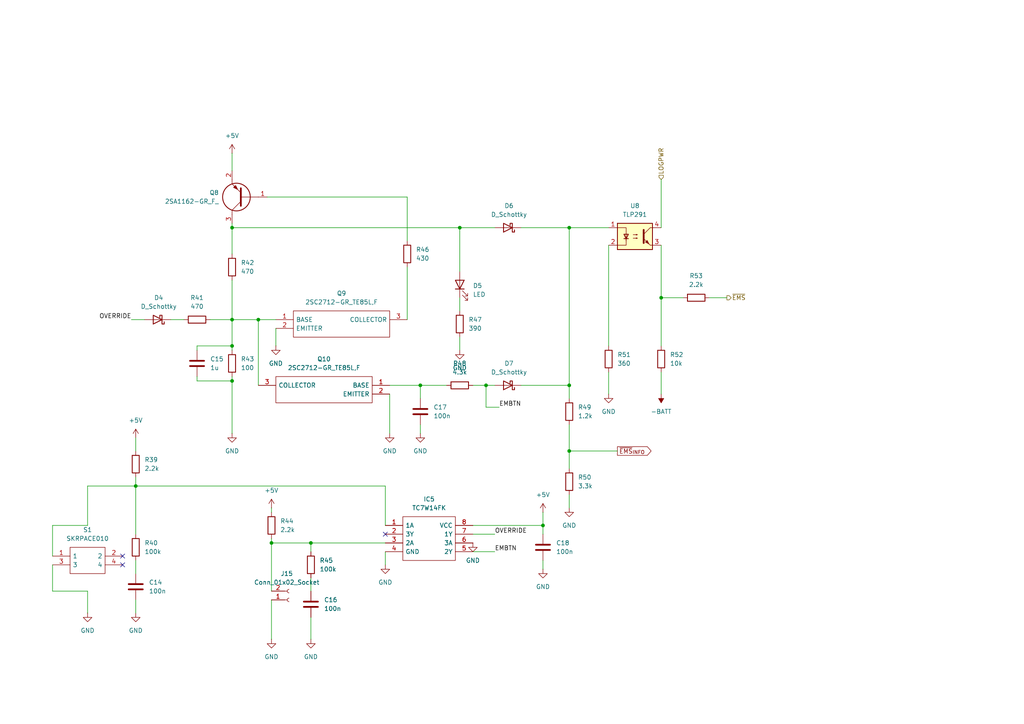
<source format=kicad_sch>
(kicad_sch
	(version 20231120)
	(generator "eeschema")
	(generator_version "8.0")
	(uuid "171795f4-8b96-4446-ae65-fbb03e6fa350")
	(paper "A4")
	(lib_symbols
		(symbol "Connector:Conn_01x02_Socket"
			(pin_names
				(offset 1.016) hide)
			(exclude_from_sim no)
			(in_bom yes)
			(on_board yes)
			(property "Reference" "J"
				(at 0 2.54 0)
				(effects
					(font
						(size 1.27 1.27)
					)
				)
			)
			(property "Value" "Conn_01x02_Socket"
				(at 0 -5.08 0)
				(effects
					(font
						(size 1.27 1.27)
					)
				)
			)
			(property "Footprint" ""
				(at 0 0 0)
				(effects
					(font
						(size 1.27 1.27)
					)
					(hide yes)
				)
			)
			(property "Datasheet" "~"
				(at 0 0 0)
				(effects
					(font
						(size 1.27 1.27)
					)
					(hide yes)
				)
			)
			(property "Description" "Generic connector, single row, 01x02, script generated"
				(at 0 0 0)
				(effects
					(font
						(size 1.27 1.27)
					)
					(hide yes)
				)
			)
			(property "ki_locked" ""
				(at 0 0 0)
				(effects
					(font
						(size 1.27 1.27)
					)
				)
			)
			(property "ki_keywords" "connector"
				(at 0 0 0)
				(effects
					(font
						(size 1.27 1.27)
					)
					(hide yes)
				)
			)
			(property "ki_fp_filters" "Connector*:*_1x??_*"
				(at 0 0 0)
				(effects
					(font
						(size 1.27 1.27)
					)
					(hide yes)
				)
			)
			(symbol "Conn_01x02_Socket_1_1"
				(arc
					(start 0 -2.032)
					(mid -0.5058 -2.54)
					(end 0 -3.048)
					(stroke
						(width 0.1524)
						(type default)
					)
					(fill
						(type none)
					)
				)
				(polyline
					(pts
						(xy -1.27 -2.54) (xy -0.508 -2.54)
					)
					(stroke
						(width 0.1524)
						(type default)
					)
					(fill
						(type none)
					)
				)
				(polyline
					(pts
						(xy -1.27 0) (xy -0.508 0)
					)
					(stroke
						(width 0.1524)
						(type default)
					)
					(fill
						(type none)
					)
				)
				(arc
					(start 0 0.508)
					(mid -0.5058 0)
					(end 0 -0.508)
					(stroke
						(width 0.1524)
						(type default)
					)
					(fill
						(type none)
					)
				)
				(pin passive line
					(at -5.08 0 0)
					(length 3.81)
					(name "Pin_1"
						(effects
							(font
								(size 1.27 1.27)
							)
						)
					)
					(number "1"
						(effects
							(font
								(size 1.27 1.27)
							)
						)
					)
				)
				(pin passive line
					(at -5.08 -2.54 0)
					(length 3.81)
					(name "Pin_2"
						(effects
							(font
								(size 1.27 1.27)
							)
						)
					)
					(number "2"
						(effects
							(font
								(size 1.27 1.27)
							)
						)
					)
				)
			)
		)
		(symbol "Device:C"
			(pin_numbers hide)
			(pin_names
				(offset 0.254)
			)
			(exclude_from_sim no)
			(in_bom yes)
			(on_board yes)
			(property "Reference" "C"
				(at 0.635 2.54 0)
				(effects
					(font
						(size 1.27 1.27)
					)
					(justify left)
				)
			)
			(property "Value" "C"
				(at 0.635 -2.54 0)
				(effects
					(font
						(size 1.27 1.27)
					)
					(justify left)
				)
			)
			(property "Footprint" ""
				(at 0.9652 -3.81 0)
				(effects
					(font
						(size 1.27 1.27)
					)
					(hide yes)
				)
			)
			(property "Datasheet" "~"
				(at 0 0 0)
				(effects
					(font
						(size 1.27 1.27)
					)
					(hide yes)
				)
			)
			(property "Description" "Unpolarized capacitor"
				(at 0 0 0)
				(effects
					(font
						(size 1.27 1.27)
					)
					(hide yes)
				)
			)
			(property "ki_keywords" "cap capacitor"
				(at 0 0 0)
				(effects
					(font
						(size 1.27 1.27)
					)
					(hide yes)
				)
			)
			(property "ki_fp_filters" "C_*"
				(at 0 0 0)
				(effects
					(font
						(size 1.27 1.27)
					)
					(hide yes)
				)
			)
			(symbol "C_0_1"
				(polyline
					(pts
						(xy -2.032 -0.762) (xy 2.032 -0.762)
					)
					(stroke
						(width 0.508)
						(type default)
					)
					(fill
						(type none)
					)
				)
				(polyline
					(pts
						(xy -2.032 0.762) (xy 2.032 0.762)
					)
					(stroke
						(width 0.508)
						(type default)
					)
					(fill
						(type none)
					)
				)
			)
			(symbol "C_1_1"
				(pin passive line
					(at 0 3.81 270)
					(length 2.794)
					(name "~"
						(effects
							(font
								(size 1.27 1.27)
							)
						)
					)
					(number "1"
						(effects
							(font
								(size 1.27 1.27)
							)
						)
					)
				)
				(pin passive line
					(at 0 -3.81 90)
					(length 2.794)
					(name "~"
						(effects
							(font
								(size 1.27 1.27)
							)
						)
					)
					(number "2"
						(effects
							(font
								(size 1.27 1.27)
							)
						)
					)
				)
			)
		)
		(symbol "Device:D_Schottky"
			(pin_numbers hide)
			(pin_names
				(offset 1.016) hide)
			(exclude_from_sim no)
			(in_bom yes)
			(on_board yes)
			(property "Reference" "D"
				(at 0 2.54 0)
				(effects
					(font
						(size 1.27 1.27)
					)
				)
			)
			(property "Value" "D_Schottky"
				(at 0 -2.54 0)
				(effects
					(font
						(size 1.27 1.27)
					)
				)
			)
			(property "Footprint" ""
				(at 0 0 0)
				(effects
					(font
						(size 1.27 1.27)
					)
					(hide yes)
				)
			)
			(property "Datasheet" "~"
				(at 0 0 0)
				(effects
					(font
						(size 1.27 1.27)
					)
					(hide yes)
				)
			)
			(property "Description" "Schottky diode"
				(at 0 0 0)
				(effects
					(font
						(size 1.27 1.27)
					)
					(hide yes)
				)
			)
			(property "ki_keywords" "diode Schottky"
				(at 0 0 0)
				(effects
					(font
						(size 1.27 1.27)
					)
					(hide yes)
				)
			)
			(property "ki_fp_filters" "TO-???* *_Diode_* *SingleDiode* D_*"
				(at 0 0 0)
				(effects
					(font
						(size 1.27 1.27)
					)
					(hide yes)
				)
			)
			(symbol "D_Schottky_0_1"
				(polyline
					(pts
						(xy 1.27 0) (xy -1.27 0)
					)
					(stroke
						(width 0)
						(type default)
					)
					(fill
						(type none)
					)
				)
				(polyline
					(pts
						(xy 1.27 1.27) (xy 1.27 -1.27) (xy -1.27 0) (xy 1.27 1.27)
					)
					(stroke
						(width 0.254)
						(type default)
					)
					(fill
						(type none)
					)
				)
				(polyline
					(pts
						(xy -1.905 0.635) (xy -1.905 1.27) (xy -1.27 1.27) (xy -1.27 -1.27) (xy -0.635 -1.27) (xy -0.635 -0.635)
					)
					(stroke
						(width 0.254)
						(type default)
					)
					(fill
						(type none)
					)
				)
			)
			(symbol "D_Schottky_1_1"
				(pin passive line
					(at -3.81 0 0)
					(length 2.54)
					(name "K"
						(effects
							(font
								(size 1.27 1.27)
							)
						)
					)
					(number "1"
						(effects
							(font
								(size 1.27 1.27)
							)
						)
					)
				)
				(pin passive line
					(at 3.81 0 180)
					(length 2.54)
					(name "A"
						(effects
							(font
								(size 1.27 1.27)
							)
						)
					)
					(number "2"
						(effects
							(font
								(size 1.27 1.27)
							)
						)
					)
				)
			)
		)
		(symbol "Device:LED"
			(pin_numbers hide)
			(pin_names
				(offset 1.016) hide)
			(exclude_from_sim no)
			(in_bom yes)
			(on_board yes)
			(property "Reference" "D"
				(at 0 2.54 0)
				(effects
					(font
						(size 1.27 1.27)
					)
				)
			)
			(property "Value" "LED"
				(at 0 -2.54 0)
				(effects
					(font
						(size 1.27 1.27)
					)
				)
			)
			(property "Footprint" ""
				(at 0 0 0)
				(effects
					(font
						(size 1.27 1.27)
					)
					(hide yes)
				)
			)
			(property "Datasheet" "~"
				(at 0 0 0)
				(effects
					(font
						(size 1.27 1.27)
					)
					(hide yes)
				)
			)
			(property "Description" "Light emitting diode"
				(at 0 0 0)
				(effects
					(font
						(size 1.27 1.27)
					)
					(hide yes)
				)
			)
			(property "ki_keywords" "LED diode"
				(at 0 0 0)
				(effects
					(font
						(size 1.27 1.27)
					)
					(hide yes)
				)
			)
			(property "ki_fp_filters" "LED* LED_SMD:* LED_THT:*"
				(at 0 0 0)
				(effects
					(font
						(size 1.27 1.27)
					)
					(hide yes)
				)
			)
			(symbol "LED_0_1"
				(polyline
					(pts
						(xy -1.27 -1.27) (xy -1.27 1.27)
					)
					(stroke
						(width 0.254)
						(type default)
					)
					(fill
						(type none)
					)
				)
				(polyline
					(pts
						(xy -1.27 0) (xy 1.27 0)
					)
					(stroke
						(width 0)
						(type default)
					)
					(fill
						(type none)
					)
				)
				(polyline
					(pts
						(xy 1.27 -1.27) (xy 1.27 1.27) (xy -1.27 0) (xy 1.27 -1.27)
					)
					(stroke
						(width 0.254)
						(type default)
					)
					(fill
						(type none)
					)
				)
				(polyline
					(pts
						(xy -3.048 -0.762) (xy -4.572 -2.286) (xy -3.81 -2.286) (xy -4.572 -2.286) (xy -4.572 -1.524)
					)
					(stroke
						(width 0)
						(type default)
					)
					(fill
						(type none)
					)
				)
				(polyline
					(pts
						(xy -1.778 -0.762) (xy -3.302 -2.286) (xy -2.54 -2.286) (xy -3.302 -2.286) (xy -3.302 -1.524)
					)
					(stroke
						(width 0)
						(type default)
					)
					(fill
						(type none)
					)
				)
			)
			(symbol "LED_1_1"
				(pin passive line
					(at -3.81 0 0)
					(length 2.54)
					(name "K"
						(effects
							(font
								(size 1.27 1.27)
							)
						)
					)
					(number "1"
						(effects
							(font
								(size 1.27 1.27)
							)
						)
					)
				)
				(pin passive line
					(at 3.81 0 180)
					(length 2.54)
					(name "A"
						(effects
							(font
								(size 1.27 1.27)
							)
						)
					)
					(number "2"
						(effects
							(font
								(size 1.27 1.27)
							)
						)
					)
				)
			)
		)
		(symbol "Device:R"
			(pin_numbers hide)
			(pin_names
				(offset 0)
			)
			(exclude_from_sim no)
			(in_bom yes)
			(on_board yes)
			(property "Reference" "R"
				(at 2.032 0 90)
				(effects
					(font
						(size 1.27 1.27)
					)
				)
			)
			(property "Value" "R"
				(at 0 0 90)
				(effects
					(font
						(size 1.27 1.27)
					)
				)
			)
			(property "Footprint" ""
				(at -1.778 0 90)
				(effects
					(font
						(size 1.27 1.27)
					)
					(hide yes)
				)
			)
			(property "Datasheet" "~"
				(at 0 0 0)
				(effects
					(font
						(size 1.27 1.27)
					)
					(hide yes)
				)
			)
			(property "Description" "Resistor"
				(at 0 0 0)
				(effects
					(font
						(size 1.27 1.27)
					)
					(hide yes)
				)
			)
			(property "ki_keywords" "R res resistor"
				(at 0 0 0)
				(effects
					(font
						(size 1.27 1.27)
					)
					(hide yes)
				)
			)
			(property "ki_fp_filters" "R_*"
				(at 0 0 0)
				(effects
					(font
						(size 1.27 1.27)
					)
					(hide yes)
				)
			)
			(symbol "R_0_1"
				(rectangle
					(start -1.016 -2.54)
					(end 1.016 2.54)
					(stroke
						(width 0.254)
						(type default)
					)
					(fill
						(type none)
					)
				)
			)
			(symbol "R_1_1"
				(pin passive line
					(at 0 3.81 270)
					(length 1.27)
					(name "~"
						(effects
							(font
								(size 1.27 1.27)
							)
						)
					)
					(number "1"
						(effects
							(font
								(size 1.27 1.27)
							)
						)
					)
				)
				(pin passive line
					(at 0 -3.81 90)
					(length 1.27)
					(name "~"
						(effects
							(font
								(size 1.27 1.27)
							)
						)
					)
					(number "2"
						(effects
							(font
								(size 1.27 1.27)
							)
						)
					)
				)
			)
		)
		(symbol "Isolator:TLP291"
			(exclude_from_sim no)
			(in_bom yes)
			(on_board yes)
			(property "Reference" "U"
				(at -5.08 5.08 0)
				(effects
					(font
						(size 1.27 1.27)
					)
					(justify left)
				)
			)
			(property "Value" "TLP291"
				(at 0 5.08 0)
				(effects
					(font
						(size 1.27 1.27)
					)
					(justify left)
				)
			)
			(property "Footprint" "Package_SO:SOIC-4_4.55x2.6mm_P1.27mm"
				(at -5.08 -5.08 0)
				(effects
					(font
						(size 1.27 1.27)
						(italic yes)
					)
					(justify left)
					(hide yes)
				)
			)
			(property "Datasheet" "https://toshiba.semicon-storage.com/info/docget.jsp?did=12884&prodName=TLP291"
				(at 0 0 0)
				(effects
					(font
						(size 1.27 1.27)
					)
					(justify left)
					(hide yes)
				)
			)
			(property "Description" "DC Optocoupler, Vce 80V, CTR 50-100%, SOP4"
				(at 0 0 0)
				(effects
					(font
						(size 1.27 1.27)
					)
					(hide yes)
				)
			)
			(property "ki_keywords" "NPN DC Optocoupler"
				(at 0 0 0)
				(effects
					(font
						(size 1.27 1.27)
					)
					(hide yes)
				)
			)
			(property "ki_fp_filters" "SOIC*4.55x2.6mm*P1.27mm*"
				(at 0 0 0)
				(effects
					(font
						(size 1.27 1.27)
					)
					(hide yes)
				)
			)
			(symbol "TLP291_0_1"
				(rectangle
					(start -5.08 3.81)
					(end 5.08 -3.81)
					(stroke
						(width 0.254)
						(type default)
					)
					(fill
						(type background)
					)
				)
				(polyline
					(pts
						(xy -3.175 -0.635) (xy -1.905 -0.635)
					)
					(stroke
						(width 0.254)
						(type default)
					)
					(fill
						(type none)
					)
				)
				(polyline
					(pts
						(xy 2.54 0.635) (xy 4.445 2.54)
					)
					(stroke
						(width 0)
						(type default)
					)
					(fill
						(type none)
					)
				)
				(polyline
					(pts
						(xy 4.445 -2.54) (xy 2.54 -0.635)
					)
					(stroke
						(width 0)
						(type default)
					)
					(fill
						(type outline)
					)
				)
				(polyline
					(pts
						(xy 4.445 -2.54) (xy 5.08 -2.54)
					)
					(stroke
						(width 0)
						(type default)
					)
					(fill
						(type none)
					)
				)
				(polyline
					(pts
						(xy 4.445 2.54) (xy 5.08 2.54)
					)
					(stroke
						(width 0)
						(type default)
					)
					(fill
						(type none)
					)
				)
				(polyline
					(pts
						(xy -2.54 -0.635) (xy -2.54 -2.54) (xy -5.08 -2.54)
					)
					(stroke
						(width 0)
						(type default)
					)
					(fill
						(type none)
					)
				)
				(polyline
					(pts
						(xy 2.54 1.905) (xy 2.54 -1.905) (xy 2.54 -1.905)
					)
					(stroke
						(width 0.508)
						(type default)
					)
					(fill
						(type none)
					)
				)
				(polyline
					(pts
						(xy -5.08 2.54) (xy -2.54 2.54) (xy -2.54 -1.27) (xy -2.54 0.635)
					)
					(stroke
						(width 0)
						(type default)
					)
					(fill
						(type none)
					)
				)
				(polyline
					(pts
						(xy -2.54 -0.635) (xy -3.175 0.635) (xy -1.905 0.635) (xy -2.54 -0.635)
					)
					(stroke
						(width 0.254)
						(type default)
					)
					(fill
						(type none)
					)
				)
				(polyline
					(pts
						(xy -0.508 -0.508) (xy 0.762 -0.508) (xy 0.381 -0.635) (xy 0.381 -0.381) (xy 0.762 -0.508)
					)
					(stroke
						(width 0)
						(type default)
					)
					(fill
						(type none)
					)
				)
				(polyline
					(pts
						(xy -0.508 0.508) (xy 0.762 0.508) (xy 0.381 0.381) (xy 0.381 0.635) (xy 0.762 0.508)
					)
					(stroke
						(width 0)
						(type default)
					)
					(fill
						(type none)
					)
				)
				(polyline
					(pts
						(xy 3.048 -1.651) (xy 3.556 -1.143) (xy 4.064 -2.159) (xy 3.048 -1.651) (xy 3.048 -1.651)
					)
					(stroke
						(width 0)
						(type default)
					)
					(fill
						(type outline)
					)
				)
			)
			(symbol "TLP291_1_1"
				(pin passive line
					(at -7.62 2.54 0)
					(length 2.54)
					(name "~"
						(effects
							(font
								(size 1.27 1.27)
							)
						)
					)
					(number "1"
						(effects
							(font
								(size 1.27 1.27)
							)
						)
					)
				)
				(pin passive line
					(at -7.62 -2.54 0)
					(length 2.54)
					(name "~"
						(effects
							(font
								(size 1.27 1.27)
							)
						)
					)
					(number "2"
						(effects
							(font
								(size 1.27 1.27)
							)
						)
					)
				)
				(pin passive line
					(at 7.62 -2.54 180)
					(length 2.54)
					(name "~"
						(effects
							(font
								(size 1.27 1.27)
							)
						)
					)
					(number "3"
						(effects
							(font
								(size 1.27 1.27)
							)
						)
					)
				)
				(pin passive line
					(at 7.62 2.54 180)
					(length 2.54)
					(name "~"
						(effects
							(font
								(size 1.27 1.27)
							)
						)
					)
					(number "4"
						(effects
							(font
								(size 1.27 1.27)
							)
						)
					)
				)
			)
		)
		(symbol "SamacSys_Parts:2SA1162-GR_F_"
			(pin_names
				(offset 0.762)
			)
			(exclude_from_sim no)
			(in_bom yes)
			(on_board yes)
			(property "Reference" "Q"
				(at 13.97 1.27 0)
				(effects
					(font
						(size 1.27 1.27)
					)
					(justify left)
				)
			)
			(property "Value" "2SA1162-GR_F_"
				(at 13.97 -1.27 0)
				(effects
					(font
						(size 1.27 1.27)
					)
					(justify left)
				)
			)
			(property "Footprint" "SSM3K7002CFULF"
				(at 13.97 -3.81 0)
				(effects
					(font
						(size 1.27 1.27)
					)
					(justify left)
					(hide yes)
				)
			)
			(property "Datasheet" "https://toshiba.semicon-storage.com/ap-en/product/bipolar-transistor/bipolar-transistor/detail.2SA1162.html"
				(at 13.97 -6.35 0)
				(effects
					(font
						(size 1.27 1.27)
					)
					(justify left)
					(hide yes)
				)
			)
			(property "Description" "Transistor Toshiba 2SA1162-GR(F) PNP Bipolar Transistor, 0.15 A, 50 V, 3-Pin SC-59"
				(at 0 0 0)
				(effects
					(font
						(size 1.27 1.27)
					)
					(hide yes)
				)
			)
			(property "Description_1" "Transistor Toshiba 2SA1162-GR(F) PNP Bipolar Transistor, 0.15 A, 50 V, 3-Pin SC-59"
				(at 13.97 -8.89 0)
				(effects
					(font
						(size 1.27 1.27)
					)
					(justify left)
					(hide yes)
				)
			)
			(property "Height" ""
				(at 13.97 -11.43 0)
				(effects
					(font
						(size 1.27 1.27)
					)
					(justify left)
					(hide yes)
				)
			)
			(property "Manufacturer_Name" "Toshiba"
				(at 13.97 -13.97 0)
				(effects
					(font
						(size 1.27 1.27)
					)
					(justify left)
					(hide yes)
				)
			)
			(property "Manufacturer_Part_Number" "2SA1162-GR(F)"
				(at 13.97 -16.51 0)
				(effects
					(font
						(size 1.27 1.27)
					)
					(justify left)
					(hide yes)
				)
			)
			(property "Mouser Part Number" ""
				(at 13.97 -19.05 0)
				(effects
					(font
						(size 1.27 1.27)
					)
					(justify left)
					(hide yes)
				)
			)
			(property "Mouser Price/Stock" ""
				(at 13.97 -21.59 0)
				(effects
					(font
						(size 1.27 1.27)
					)
					(justify left)
					(hide yes)
				)
			)
			(property "Arrow Part Number" ""
				(at 13.97 -24.13 0)
				(effects
					(font
						(size 1.27 1.27)
					)
					(justify left)
					(hide yes)
				)
			)
			(property "Arrow Price/Stock" ""
				(at 13.97 -26.67 0)
				(effects
					(font
						(size 1.27 1.27)
					)
					(justify left)
					(hide yes)
				)
			)
			(symbol "2SA1162-GR_F__0_0"
				(pin passive line
					(at 0 0 0)
					(length 2.54)
					(name "~"
						(effects
							(font
								(size 1.27 1.27)
							)
						)
					)
					(number "1"
						(effects
							(font
								(size 1.27 1.27)
							)
						)
					)
				)
				(pin passive line
					(at 10.16 -7.62 90)
					(length 2.54)
					(name "~"
						(effects
							(font
								(size 1.27 1.27)
							)
						)
					)
					(number "2"
						(effects
							(font
								(size 1.27 1.27)
							)
						)
					)
				)
				(pin passive line
					(at 10.16 7.62 270)
					(length 2.54)
					(name "~"
						(effects
							(font
								(size 1.27 1.27)
							)
						)
					)
					(number "3"
						(effects
							(font
								(size 1.27 1.27)
							)
						)
					)
				)
			)
			(symbol "2SA1162-GR_F__0_1"
				(polyline
					(pts
						(xy 2.54 0) (xy 7.62 0)
					)
					(stroke
						(width 0.1524)
						(type solid)
					)
					(fill
						(type none)
					)
				)
				(polyline
					(pts
						(xy 7.62 -1.27) (xy 10.16 -3.81)
					)
					(stroke
						(width 0.1524)
						(type solid)
					)
					(fill
						(type none)
					)
				)
				(polyline
					(pts
						(xy 7.62 1.27) (xy 10.16 3.81)
					)
					(stroke
						(width 0.1524)
						(type solid)
					)
					(fill
						(type none)
					)
				)
				(polyline
					(pts
						(xy 7.62 2.54) (xy 7.62 -2.54)
					)
					(stroke
						(width 0.508)
						(type solid)
					)
					(fill
						(type none)
					)
				)
				(polyline
					(pts
						(xy 10.16 -3.81) (xy 10.16 -5.08)
					)
					(stroke
						(width 0.1524)
						(type solid)
					)
					(fill
						(type none)
					)
				)
				(polyline
					(pts
						(xy 10.16 3.81) (xy 10.16 5.08)
					)
					(stroke
						(width 0.1524)
						(type solid)
					)
					(fill
						(type none)
					)
				)
				(polyline
					(pts
						(xy 9.652 -2.794) (xy 9.144 -3.302) (xy 8.636 -2.286) (xy 9.652 -2.794)
					)
					(stroke
						(width 0.254)
						(type solid)
					)
					(fill
						(type outline)
					)
				)
				(circle
					(center 8.89 0)
					(radius 4.0132)
					(stroke
						(width 0.254)
						(type solid)
					)
					(fill
						(type none)
					)
				)
			)
		)
		(symbol "SamacSys_Parts:2SC2712-GR_TE85L,F"
			(pin_names
				(offset 0.762)
			)
			(exclude_from_sim no)
			(in_bom yes)
			(on_board yes)
			(property "Reference" "Q"
				(at 34.29 7.62 0)
				(effects
					(font
						(size 1.27 1.27)
					)
					(justify left)
				)
			)
			(property "Value" "2SC2712-GR_TE85L,F"
				(at 34.29 5.08 0)
				(effects
					(font
						(size 1.27 1.27)
					)
					(justify left)
				)
			)
			(property "Footprint" "SOT95P260X156-3N"
				(at 34.29 2.54 0)
				(effects
					(font
						(size 1.27 1.27)
					)
					(justify left)
					(hide yes)
				)
			)
			(property "Datasheet" "https://toshiba.semicon-storage.com/info/docget.jsp?did=19227&prodName=2SC2712"
				(at 34.29 0 0)
				(effects
					(font
						(size 1.27 1.27)
					)
					(justify left)
					(hide yes)
				)
			)
			(property "Description" "Bipolar Transistors - BJT 150mA 50V"
				(at 0 0 0)
				(effects
					(font
						(size 1.27 1.27)
					)
					(hide yes)
				)
			)
			(property "Description_1" "Bipolar Transistors - BJT 150mA 50V"
				(at 34.29 -2.54 0)
				(effects
					(font
						(size 1.27 1.27)
					)
					(justify left)
					(hide yes)
				)
			)
			(property "Height" "1.56"
				(at 34.29 -5.08 0)
				(effects
					(font
						(size 1.27 1.27)
					)
					(justify left)
					(hide yes)
				)
			)
			(property "Manufacturer_Name" "Toshiba"
				(at 34.29 -7.62 0)
				(effects
					(font
						(size 1.27 1.27)
					)
					(justify left)
					(hide yes)
				)
			)
			(property "Manufacturer_Part_Number" "2SC2712-GR(TE85L,F"
				(at 34.29 -10.16 0)
				(effects
					(font
						(size 1.27 1.27)
					)
					(justify left)
					(hide yes)
				)
			)
			(property "Mouser Part Number" "757-2SC2712-GRTE85LF"
				(at 34.29 -12.7 0)
				(effects
					(font
						(size 1.27 1.27)
					)
					(justify left)
					(hide yes)
				)
			)
			(property "Mouser Price/Stock" "https://www.mouser.co.uk/ProductDetail/Toshiba/2SC2712-GRTE85LF?qs=f0GatGUIxV0SO9AeNG4Chw%3D%3D"
				(at 34.29 -15.24 0)
				(effects
					(font
						(size 1.27 1.27)
					)
					(justify left)
					(hide yes)
				)
			)
			(property "Arrow Part Number" "2SC2712-GR(TE85L,F"
				(at 34.29 -17.78 0)
				(effects
					(font
						(size 1.27 1.27)
					)
					(justify left)
					(hide yes)
				)
			)
			(property "Arrow Price/Stock" "https://www.arrow.com/en/products/2sc2712-gr-te85lf/toshiba?region=nac"
				(at 34.29 -20.32 0)
				(effects
					(font
						(size 1.27 1.27)
					)
					(justify left)
					(hide yes)
				)
			)
			(symbol "2SC2712-GR_TE85L,F_0_0"
				(pin passive line
					(at 0 0 0)
					(length 5.08)
					(name "BASE"
						(effects
							(font
								(size 1.27 1.27)
							)
						)
					)
					(number "1"
						(effects
							(font
								(size 1.27 1.27)
							)
						)
					)
				)
				(pin passive line
					(at 0 -2.54 0)
					(length 5.08)
					(name "EMITTER"
						(effects
							(font
								(size 1.27 1.27)
							)
						)
					)
					(number "2"
						(effects
							(font
								(size 1.27 1.27)
							)
						)
					)
				)
				(pin passive line
					(at 38.1 0 180)
					(length 5.08)
					(name "COLLECTOR"
						(effects
							(font
								(size 1.27 1.27)
							)
						)
					)
					(number "3"
						(effects
							(font
								(size 1.27 1.27)
							)
						)
					)
				)
			)
			(symbol "2SC2712-GR_TE85L,F_0_1"
				(polyline
					(pts
						(xy 5.08 2.54) (xy 33.02 2.54) (xy 33.02 -5.08) (xy 5.08 -5.08) (xy 5.08 2.54)
					)
					(stroke
						(width 0.1524)
						(type solid)
					)
					(fill
						(type none)
					)
				)
			)
		)
		(symbol "SamacSys_Parts:SKRPACE010"
			(pin_names
				(offset 0.762)
			)
			(exclude_from_sim no)
			(in_bom yes)
			(on_board yes)
			(property "Reference" "S"
				(at 16.51 7.62 0)
				(effects
					(font
						(size 1.27 1.27)
					)
					(justify left)
				)
			)
			(property "Value" "SKRPACE010"
				(at 16.51 5.08 0)
				(effects
					(font
						(size 1.27 1.27)
					)
					(justify left)
				)
			)
			(property "Footprint" "SMT(4.2X3.2)"
				(at 16.51 2.54 0)
				(effects
					(font
						(size 1.27 1.27)
					)
					(justify left)
					(hide yes)
				)
			)
			(property "Datasheet" "http://www.alps.com/prod/info/E/HTML/Tact/SurfaceMount/SKRP/SKRPACE010.html"
				(at 16.51 0 0)
				(effects
					(font
						(size 1.27 1.27)
					)
					(justify left)
					(hide yes)
				)
			)
			(property "Description" "Tactile Switches 4.2x3.2x2.5mm 260gf"
				(at 0 0 0)
				(effects
					(font
						(size 1.27 1.27)
					)
					(hide yes)
				)
			)
			(property "Description_1" "Tactile Switches 4.2x3.2x2.5mm 260gf"
				(at 16.51 -2.54 0)
				(effects
					(font
						(size 1.27 1.27)
					)
					(justify left)
					(hide yes)
				)
			)
			(property "Height" ""
				(at 16.51 -5.08 0)
				(effects
					(font
						(size 1.27 1.27)
					)
					(justify left)
					(hide yes)
				)
			)
			(property "Manufacturer_Name" "ALPS Electric"
				(at 16.51 -7.62 0)
				(effects
					(font
						(size 1.27 1.27)
					)
					(justify left)
					(hide yes)
				)
			)
			(property "Manufacturer_Part_Number" "SKRPACE010"
				(at 16.51 -10.16 0)
				(effects
					(font
						(size 1.27 1.27)
					)
					(justify left)
					(hide yes)
				)
			)
			(property "Mouser Part Number" "688-SKRPACE010"
				(at 16.51 -12.7 0)
				(effects
					(font
						(size 1.27 1.27)
					)
					(justify left)
					(hide yes)
				)
			)
			(property "Mouser Price/Stock" "https://www.mouser.co.uk/ProductDetail/Alps-Alpine/SKRPACE010?qs=dHDuPHwQO79W8iY66hDbLQ%3D%3D"
				(at 16.51 -15.24 0)
				(effects
					(font
						(size 1.27 1.27)
					)
					(justify left)
					(hide yes)
				)
			)
			(property "Arrow Part Number" "SKRPACE010"
				(at 16.51 -17.78 0)
				(effects
					(font
						(size 1.27 1.27)
					)
					(justify left)
					(hide yes)
				)
			)
			(property "Arrow Price/Stock" "https://www.arrow.com/en/products/skrpace010/alps-electric"
				(at 16.51 -20.32 0)
				(effects
					(font
						(size 1.27 1.27)
					)
					(justify left)
					(hide yes)
				)
			)
			(symbol "SKRPACE010_0_0"
				(pin passive line
					(at 0 0 0)
					(length 5.08)
					(name "1"
						(effects
							(font
								(size 1.27 1.27)
							)
						)
					)
					(number "1"
						(effects
							(font
								(size 1.27 1.27)
							)
						)
					)
				)
				(pin passive line
					(at 20.32 0 180)
					(length 5.08)
					(name "2"
						(effects
							(font
								(size 1.27 1.27)
							)
						)
					)
					(number "2"
						(effects
							(font
								(size 1.27 1.27)
							)
						)
					)
				)
				(pin passive line
					(at 0 -2.54 0)
					(length 5.08)
					(name "3"
						(effects
							(font
								(size 1.27 1.27)
							)
						)
					)
					(number "3"
						(effects
							(font
								(size 1.27 1.27)
							)
						)
					)
				)
				(pin passive line
					(at 20.32 -2.54 180)
					(length 5.08)
					(name "4"
						(effects
							(font
								(size 1.27 1.27)
							)
						)
					)
					(number "4"
						(effects
							(font
								(size 1.27 1.27)
							)
						)
					)
				)
			)
			(symbol "SKRPACE010_0_1"
				(polyline
					(pts
						(xy 5.08 2.54) (xy 15.24 2.54) (xy 15.24 -5.08) (xy 5.08 -5.08) (xy 5.08 2.54)
					)
					(stroke
						(width 0.1524)
						(type solid)
					)
					(fill
						(type none)
					)
				)
			)
		)
		(symbol "SamacSys_Parts:TC7W14FK"
			(pin_names
				(offset 0.762)
			)
			(exclude_from_sim no)
			(in_bom yes)
			(on_board yes)
			(property "Reference" "IC"
				(at 21.59 7.62 0)
				(effects
					(font
						(size 1.27 1.27)
					)
					(justify left)
				)
			)
			(property "Value" "TC7W14FK"
				(at 21.59 5.08 0)
				(effects
					(font
						(size 1.27 1.27)
					)
					(justify left)
				)
			)
			(property "Footprint" "SOP50P310X90-8N"
				(at 21.59 2.54 0)
				(effects
					(font
						(size 1.27 1.27)
					)
					(justify left)
					(hide yes)
				)
			)
			(property "Datasheet" "https://datasheet.datasheetarchive.com/originals/distributors/Datasheets-38/DSA-758325.pdf"
				(at 21.59 0 0)
				(effects
					(font
						(size 1.27 1.27)
					)
					(justify left)
					(hide yes)
				)
			)
			(property "Description" "Inverters Triple Schmitt 5.2mA 12ns 6V"
				(at 0 0 0)
				(effects
					(font
						(size 1.27 1.27)
					)
					(hide yes)
				)
			)
			(property "Description_1" "Inverters Triple Schmitt 5.2mA 12ns 6V"
				(at 21.59 -2.54 0)
				(effects
					(font
						(size 1.27 1.27)
					)
					(justify left)
					(hide yes)
				)
			)
			(property "Height" "0.9"
				(at 21.59 -5.08 0)
				(effects
					(font
						(size 1.27 1.27)
					)
					(justify left)
					(hide yes)
				)
			)
			(property "Manufacturer_Name" "Toshiba"
				(at 21.59 -7.62 0)
				(effects
					(font
						(size 1.27 1.27)
					)
					(justify left)
					(hide yes)
				)
			)
			(property "Manufacturer_Part_Number" "TC7W14FK"
				(at 21.59 -10.16 0)
				(effects
					(font
						(size 1.27 1.27)
					)
					(justify left)
					(hide yes)
				)
			)
			(property "Mouser Part Number" ""
				(at 21.59 -12.7 0)
				(effects
					(font
						(size 1.27 1.27)
					)
					(justify left)
					(hide yes)
				)
			)
			(property "Mouser Price/Stock" ""
				(at 21.59 -15.24 0)
				(effects
					(font
						(size 1.27 1.27)
					)
					(justify left)
					(hide yes)
				)
			)
			(property "Arrow Part Number" ""
				(at 21.59 -17.78 0)
				(effects
					(font
						(size 1.27 1.27)
					)
					(justify left)
					(hide yes)
				)
			)
			(property "Arrow Price/Stock" ""
				(at 21.59 -20.32 0)
				(effects
					(font
						(size 1.27 1.27)
					)
					(justify left)
					(hide yes)
				)
			)
			(symbol "TC7W14FK_0_0"
				(pin passive line
					(at 0 0 0)
					(length 5.08)
					(name "1A"
						(effects
							(font
								(size 1.27 1.27)
							)
						)
					)
					(number "1"
						(effects
							(font
								(size 1.27 1.27)
							)
						)
					)
				)
				(pin passive line
					(at 0 -2.54 0)
					(length 5.08)
					(name "3Y"
						(effects
							(font
								(size 1.27 1.27)
							)
						)
					)
					(number "2"
						(effects
							(font
								(size 1.27 1.27)
							)
						)
					)
				)
				(pin passive line
					(at 0 -5.08 0)
					(length 5.08)
					(name "2A"
						(effects
							(font
								(size 1.27 1.27)
							)
						)
					)
					(number "3"
						(effects
							(font
								(size 1.27 1.27)
							)
						)
					)
				)
				(pin passive line
					(at 0 -7.62 0)
					(length 5.08)
					(name "GND"
						(effects
							(font
								(size 1.27 1.27)
							)
						)
					)
					(number "4"
						(effects
							(font
								(size 1.27 1.27)
							)
						)
					)
				)
				(pin passive line
					(at 25.4 -7.62 180)
					(length 5.08)
					(name "2Y"
						(effects
							(font
								(size 1.27 1.27)
							)
						)
					)
					(number "5"
						(effects
							(font
								(size 1.27 1.27)
							)
						)
					)
				)
				(pin passive line
					(at 25.4 -5.08 180)
					(length 5.08)
					(name "3A"
						(effects
							(font
								(size 1.27 1.27)
							)
						)
					)
					(number "6"
						(effects
							(font
								(size 1.27 1.27)
							)
						)
					)
				)
				(pin passive line
					(at 25.4 -2.54 180)
					(length 5.08)
					(name "1Y"
						(effects
							(font
								(size 1.27 1.27)
							)
						)
					)
					(number "7"
						(effects
							(font
								(size 1.27 1.27)
							)
						)
					)
				)
				(pin passive line
					(at 25.4 0 180)
					(length 5.08)
					(name "VCC"
						(effects
							(font
								(size 1.27 1.27)
							)
						)
					)
					(number "8"
						(effects
							(font
								(size 1.27 1.27)
							)
						)
					)
				)
			)
			(symbol "TC7W14FK_0_1"
				(polyline
					(pts
						(xy 5.08 2.54) (xy 20.32 2.54) (xy 20.32 -10.16) (xy 5.08 -10.16) (xy 5.08 2.54)
					)
					(stroke
						(width 0.1524)
						(type solid)
					)
					(fill
						(type none)
					)
				)
			)
		)
		(symbol "power:+5V"
			(power)
			(pin_numbers hide)
			(pin_names
				(offset 0) hide)
			(exclude_from_sim no)
			(in_bom yes)
			(on_board yes)
			(property "Reference" "#PWR"
				(at 0 -3.81 0)
				(effects
					(font
						(size 1.27 1.27)
					)
					(hide yes)
				)
			)
			(property "Value" "+5V"
				(at 0 3.556 0)
				(effects
					(font
						(size 1.27 1.27)
					)
				)
			)
			(property "Footprint" ""
				(at 0 0 0)
				(effects
					(font
						(size 1.27 1.27)
					)
					(hide yes)
				)
			)
			(property "Datasheet" ""
				(at 0 0 0)
				(effects
					(font
						(size 1.27 1.27)
					)
					(hide yes)
				)
			)
			(property "Description" "Power symbol creates a global label with name \"+5V\""
				(at 0 0 0)
				(effects
					(font
						(size 1.27 1.27)
					)
					(hide yes)
				)
			)
			(property "ki_keywords" "global power"
				(at 0 0 0)
				(effects
					(font
						(size 1.27 1.27)
					)
					(hide yes)
				)
			)
			(symbol "+5V_0_1"
				(polyline
					(pts
						(xy -0.762 1.27) (xy 0 2.54)
					)
					(stroke
						(width 0)
						(type default)
					)
					(fill
						(type none)
					)
				)
				(polyline
					(pts
						(xy 0 0) (xy 0 2.54)
					)
					(stroke
						(width 0)
						(type default)
					)
					(fill
						(type none)
					)
				)
				(polyline
					(pts
						(xy 0 2.54) (xy 0.762 1.27)
					)
					(stroke
						(width 0)
						(type default)
					)
					(fill
						(type none)
					)
				)
			)
			(symbol "+5V_1_1"
				(pin power_in line
					(at 0 0 90)
					(length 0)
					(name "~"
						(effects
							(font
								(size 1.27 1.27)
							)
						)
					)
					(number "1"
						(effects
							(font
								(size 1.27 1.27)
							)
						)
					)
				)
			)
		)
		(symbol "power:-BATT"
			(power)
			(pin_numbers hide)
			(pin_names
				(offset 0) hide)
			(exclude_from_sim no)
			(in_bom yes)
			(on_board yes)
			(property "Reference" "#PWR"
				(at 0 -3.81 0)
				(effects
					(font
						(size 1.27 1.27)
					)
					(hide yes)
				)
			)
			(property "Value" "-BATT"
				(at 0 3.556 0)
				(effects
					(font
						(size 1.27 1.27)
					)
				)
			)
			(property "Footprint" ""
				(at 0 0 0)
				(effects
					(font
						(size 1.27 1.27)
					)
					(hide yes)
				)
			)
			(property "Datasheet" ""
				(at 0 0 0)
				(effects
					(font
						(size 1.27 1.27)
					)
					(hide yes)
				)
			)
			(property "Description" "Power symbol creates a global label with name \"-BATT\""
				(at 0 0 0)
				(effects
					(font
						(size 1.27 1.27)
					)
					(hide yes)
				)
			)
			(property "ki_keywords" "global power battery"
				(at 0 0 0)
				(effects
					(font
						(size 1.27 1.27)
					)
					(hide yes)
				)
			)
			(symbol "-BATT_0_1"
				(polyline
					(pts
						(xy 0 0) (xy 0 2.54)
					)
					(stroke
						(width 0)
						(type default)
					)
					(fill
						(type none)
					)
				)
				(polyline
					(pts
						(xy 0.762 1.27) (xy -0.762 1.27) (xy 0 2.54) (xy 0.762 1.27)
					)
					(stroke
						(width 0)
						(type default)
					)
					(fill
						(type outline)
					)
				)
			)
			(symbol "-BATT_1_1"
				(pin power_in line
					(at 0 0 90)
					(length 0)
					(name "~"
						(effects
							(font
								(size 1.27 1.27)
							)
						)
					)
					(number "1"
						(effects
							(font
								(size 1.27 1.27)
							)
						)
					)
				)
			)
		)
		(symbol "power:GND"
			(power)
			(pin_numbers hide)
			(pin_names
				(offset 0) hide)
			(exclude_from_sim no)
			(in_bom yes)
			(on_board yes)
			(property "Reference" "#PWR"
				(at 0 -6.35 0)
				(effects
					(font
						(size 1.27 1.27)
					)
					(hide yes)
				)
			)
			(property "Value" "GND"
				(at 0 -3.81 0)
				(effects
					(font
						(size 1.27 1.27)
					)
				)
			)
			(property "Footprint" ""
				(at 0 0 0)
				(effects
					(font
						(size 1.27 1.27)
					)
					(hide yes)
				)
			)
			(property "Datasheet" ""
				(at 0 0 0)
				(effects
					(font
						(size 1.27 1.27)
					)
					(hide yes)
				)
			)
			(property "Description" "Power symbol creates a global label with name \"GND\" , ground"
				(at 0 0 0)
				(effects
					(font
						(size 1.27 1.27)
					)
					(hide yes)
				)
			)
			(property "ki_keywords" "global power"
				(at 0 0 0)
				(effects
					(font
						(size 1.27 1.27)
					)
					(hide yes)
				)
			)
			(symbol "GND_0_1"
				(polyline
					(pts
						(xy 0 0) (xy 0 -1.27) (xy 1.27 -1.27) (xy 0 -2.54) (xy -1.27 -1.27) (xy 0 -1.27)
					)
					(stroke
						(width 0)
						(type default)
					)
					(fill
						(type none)
					)
				)
			)
			(symbol "GND_1_1"
				(pin power_in line
					(at 0 0 270)
					(length 0)
					(name "~"
						(effects
							(font
								(size 1.27 1.27)
							)
						)
					)
					(number "1"
						(effects
							(font
								(size 1.27 1.27)
							)
						)
					)
				)
			)
		)
	)
	(junction
		(at 140.97 111.76)
		(diameter 0)
		(color 0 0 0 0)
		(uuid "215c8a90-ef6e-4dc7-919c-604d2b2356e4")
	)
	(junction
		(at 67.31 66.04)
		(diameter 0)
		(color 0 0 0 0)
		(uuid "24bb5eb5-a6f2-4323-9e99-07b3e173e329")
	)
	(junction
		(at 165.1 111.76)
		(diameter 0)
		(color 0 0 0 0)
		(uuid "3054b33e-3175-433c-8d02-41e68aaa1236")
	)
	(junction
		(at 165.1 66.04)
		(diameter 0)
		(color 0 0 0 0)
		(uuid "5c4658cc-03b0-472a-b851-6e995585d1bf")
	)
	(junction
		(at 78.74 157.48)
		(diameter 0)
		(color 0 0 0 0)
		(uuid "7fd7aba5-04ff-42bd-93d7-dcc7ebcc88ee")
	)
	(junction
		(at 39.37 140.97)
		(diameter 0)
		(color 0 0 0 0)
		(uuid "88999ec5-5b99-421f-b410-868136bd6218")
	)
	(junction
		(at 74.93 92.71)
		(diameter 0)
		(color 0 0 0 0)
		(uuid "8dc43fd7-e4c3-4e99-949f-cdb8d82c593b")
	)
	(junction
		(at 157.48 152.4)
		(diameter 0)
		(color 0 0 0 0)
		(uuid "ae3a0ceb-adaa-4df2-8a96-033b2b49158a")
	)
	(junction
		(at 67.31 92.71)
		(diameter 0)
		(color 0 0 0 0)
		(uuid "ae5727f4-7887-4e5c-b835-7fec2c339a40")
	)
	(junction
		(at 133.35 66.04)
		(diameter 0)
		(color 0 0 0 0)
		(uuid "bbc1ce8e-0518-4324-a8ce-dab8a25debac")
	)
	(junction
		(at 191.77 86.36)
		(diameter 0)
		(color 0 0 0 0)
		(uuid "cb02902c-c23e-4dc0-9af6-a1a4bb74b5ca")
	)
	(junction
		(at 67.31 100.33)
		(diameter 0)
		(color 0 0 0 0)
		(uuid "d00adfed-ae96-4782-8e08-cd84262f3036")
	)
	(junction
		(at 67.31 110.49)
		(diameter 0)
		(color 0 0 0 0)
		(uuid "d95b3ba2-4d50-4fec-9947-ee33a5cb88c3")
	)
	(junction
		(at 165.1 130.81)
		(diameter 0)
		(color 0 0 0 0)
		(uuid "e412a22e-21a2-404b-b7f3-92ea26692a26")
	)
	(junction
		(at 90.17 157.48)
		(diameter 0)
		(color 0 0 0 0)
		(uuid "e52506af-151c-4c76-9cc9-426f4069e11b")
	)
	(junction
		(at 121.92 111.76)
		(diameter 0)
		(color 0 0 0 0)
		(uuid "eef7fef9-0b4b-4c4e-82ff-6bb936b32c9a")
	)
	(no_connect
		(at 111.76 154.94)
		(uuid "3ab50aee-af9c-46a7-983a-85bf278bd59d")
	)
	(no_connect
		(at 35.56 161.29)
		(uuid "675bc52e-9ea7-491b-a487-a6835582835e")
	)
	(no_connect
		(at 35.56 163.83)
		(uuid "c5707308-834d-43d3-9bdd-85b56655aa03")
	)
	(wire
		(pts
			(xy 39.37 127) (xy 39.37 130.81)
		)
		(stroke
			(width 0)
			(type default)
		)
		(uuid "026d9aa4-de23-434d-a325-5cbcb716758e")
	)
	(wire
		(pts
			(xy 80.01 95.25) (xy 80.01 100.33)
		)
		(stroke
			(width 0)
			(type default)
		)
		(uuid "03126280-df48-4ea8-8187-0320968154f6")
	)
	(wire
		(pts
			(xy 15.24 163.83) (xy 15.24 171.45)
		)
		(stroke
			(width 0)
			(type default)
		)
		(uuid "0f349c09-20c0-4917-a26d-59d1024cdc71")
	)
	(wire
		(pts
			(xy 121.92 111.76) (xy 129.54 111.76)
		)
		(stroke
			(width 0)
			(type default)
		)
		(uuid "150efcec-1aa4-4028-a51c-1eaf3f448028")
	)
	(wire
		(pts
			(xy 121.92 111.76) (xy 121.92 115.57)
		)
		(stroke
			(width 0)
			(type default)
		)
		(uuid "19fe76f4-3bb1-431b-8a0c-4d1d3af8daad")
	)
	(wire
		(pts
			(xy 90.17 157.48) (xy 90.17 160.02)
		)
		(stroke
			(width 0)
			(type default)
		)
		(uuid "1b6678e2-0dd2-4f3c-9390-21d2818d97c3")
	)
	(wire
		(pts
			(xy 25.4 140.97) (xy 25.4 152.4)
		)
		(stroke
			(width 0)
			(type default)
		)
		(uuid "1c83436c-96ff-4465-b73a-325cd0826bc2")
	)
	(wire
		(pts
			(xy 191.77 86.36) (xy 191.77 100.33)
		)
		(stroke
			(width 0)
			(type default)
		)
		(uuid "21174991-75ea-4ef7-a276-9fe25715d369")
	)
	(wire
		(pts
			(xy 176.53 107.95) (xy 176.53 114.3)
		)
		(stroke
			(width 0)
			(type default)
		)
		(uuid "27c2d13f-7c1f-4e5e-982f-19d1b27be514")
	)
	(wire
		(pts
			(xy 67.31 92.71) (xy 74.93 92.71)
		)
		(stroke
			(width 0)
			(type default)
		)
		(uuid "28fcb726-44ea-46cc-b350-7acf6f770d5f")
	)
	(wire
		(pts
			(xy 137.16 160.02) (xy 143.51 160.02)
		)
		(stroke
			(width 0)
			(type default)
		)
		(uuid "29c22be3-2952-4e5e-aeb0-1fcd3b49fde3")
	)
	(wire
		(pts
			(xy 77.47 57.15) (xy 118.11 57.15)
		)
		(stroke
			(width 0)
			(type default)
		)
		(uuid "2d395acb-ee18-4efa-85b2-7a378583e079")
	)
	(wire
		(pts
			(xy 78.74 156.21) (xy 78.74 157.48)
		)
		(stroke
			(width 0)
			(type default)
		)
		(uuid "2f7e23f3-6971-4688-95a8-03324a6efbd1")
	)
	(wire
		(pts
			(xy 191.77 86.36) (xy 198.12 86.36)
		)
		(stroke
			(width 0)
			(type default)
		)
		(uuid "30caaf6a-c26a-4772-b83e-3f2b8d3b3aa5")
	)
	(wire
		(pts
			(xy 157.48 148.59) (xy 157.48 152.4)
		)
		(stroke
			(width 0)
			(type default)
		)
		(uuid "3b17c882-f858-4f7c-851d-949b12af2cde")
	)
	(wire
		(pts
			(xy 133.35 66.04) (xy 133.35 78.74)
		)
		(stroke
			(width 0)
			(type default)
		)
		(uuid "3ca1493a-04db-48df-ab50-7c48ebe4b3cf")
	)
	(wire
		(pts
			(xy 39.37 173.99) (xy 39.37 177.8)
		)
		(stroke
			(width 0)
			(type default)
		)
		(uuid "42ebef2c-4677-4326-9790-f565bff14256")
	)
	(wire
		(pts
			(xy 191.77 107.95) (xy 191.77 114.3)
		)
		(stroke
			(width 0)
			(type default)
		)
		(uuid "48e9390e-8e9a-4430-86cf-64dc5b3aba31")
	)
	(wire
		(pts
			(xy 165.1 123.19) (xy 165.1 130.81)
		)
		(stroke
			(width 0)
			(type default)
		)
		(uuid "4a693266-9043-49df-9460-5ab65b0089c2")
	)
	(wire
		(pts
			(xy 38.1 92.71) (xy 41.91 92.71)
		)
		(stroke
			(width 0)
			(type default)
		)
		(uuid "4aa1478e-e55a-4816-8866-eabcef52105b")
	)
	(wire
		(pts
			(xy 133.35 66.04) (xy 143.51 66.04)
		)
		(stroke
			(width 0)
			(type default)
		)
		(uuid "4e0fba5a-0ff6-43ee-a9bd-89b838cb12c0")
	)
	(wire
		(pts
			(xy 113.03 114.3) (xy 113.03 125.73)
		)
		(stroke
			(width 0)
			(type default)
		)
		(uuid "4f2789e3-e10e-4c3e-9fdd-2037a0903ebe")
	)
	(wire
		(pts
			(xy 74.93 92.71) (xy 80.01 92.71)
		)
		(stroke
			(width 0)
			(type default)
		)
		(uuid "52fd2516-6d6f-439c-8727-a3ed17805b37")
	)
	(wire
		(pts
			(xy 67.31 64.77) (xy 67.31 66.04)
		)
		(stroke
			(width 0)
			(type default)
		)
		(uuid "5656115f-7443-4fcd-bfcc-e56bbbcb7b85")
	)
	(wire
		(pts
			(xy 137.16 154.94) (xy 143.51 154.94)
		)
		(stroke
			(width 0)
			(type default)
		)
		(uuid "59c3861d-91ad-4090-8750-aac6e52877ff")
	)
	(wire
		(pts
			(xy 15.24 152.4) (xy 15.24 161.29)
		)
		(stroke
			(width 0)
			(type default)
		)
		(uuid "5f2b2cf7-e4fd-4a8c-9138-e956bc07290f")
	)
	(wire
		(pts
			(xy 133.35 97.79) (xy 133.35 101.6)
		)
		(stroke
			(width 0)
			(type default)
		)
		(uuid "64a1d8b0-cc04-4ea0-9f2c-c75e3c64f0d8")
	)
	(wire
		(pts
			(xy 78.74 148.59) (xy 78.74 147.32)
		)
		(stroke
			(width 0)
			(type default)
		)
		(uuid "651da859-4a8d-4b20-9025-4c2dc0bd35c1")
	)
	(wire
		(pts
			(xy 90.17 167.64) (xy 90.17 171.45)
		)
		(stroke
			(width 0)
			(type default)
		)
		(uuid "658ef378-7ea9-43ee-a7a3-cc015a0a03d2")
	)
	(wire
		(pts
			(xy 39.37 140.97) (xy 111.76 140.97)
		)
		(stroke
			(width 0)
			(type default)
		)
		(uuid "69331cbd-be26-41b9-b2e9-53ece326c594")
	)
	(wire
		(pts
			(xy 118.11 57.15) (xy 118.11 69.85)
		)
		(stroke
			(width 0)
			(type default)
		)
		(uuid "6d37f16a-dff3-4e76-a8f9-e9e241573cae")
	)
	(wire
		(pts
			(xy 78.74 173.99) (xy 78.74 185.42)
		)
		(stroke
			(width 0)
			(type default)
		)
		(uuid "720d8c7e-9dff-4081-977a-76ba8b061d11")
	)
	(wire
		(pts
			(xy 111.76 160.02) (xy 111.76 163.83)
		)
		(stroke
			(width 0)
			(type default)
		)
		(uuid "73968d4f-7144-4d31-997d-90147923db5c")
	)
	(wire
		(pts
			(xy 49.53 92.71) (xy 53.34 92.71)
		)
		(stroke
			(width 0)
			(type default)
		)
		(uuid "757a42f3-eb0a-431f-ad6e-3df2cdaaee8c")
	)
	(wire
		(pts
			(xy 39.37 138.43) (xy 39.37 140.97)
		)
		(stroke
			(width 0)
			(type default)
		)
		(uuid "773810c3-8e54-4de4-bbc4-2ab7e97feeb6")
	)
	(wire
		(pts
			(xy 157.48 152.4) (xy 157.48 154.94)
		)
		(stroke
			(width 0)
			(type default)
		)
		(uuid "785d8831-b3cd-4816-81dd-427d31e4dca9")
	)
	(wire
		(pts
			(xy 25.4 140.97) (xy 39.37 140.97)
		)
		(stroke
			(width 0)
			(type default)
		)
		(uuid "78e6a4e7-a06f-4999-849e-1ad7ca16aad7")
	)
	(wire
		(pts
			(xy 118.11 77.47) (xy 118.11 92.71)
		)
		(stroke
			(width 0)
			(type default)
		)
		(uuid "7bf016ac-b3a7-40d5-843b-0b93eb780ed0")
	)
	(wire
		(pts
			(xy 191.77 52.07) (xy 191.77 66.04)
		)
		(stroke
			(width 0)
			(type default)
		)
		(uuid "7c72ed0e-f9cc-4c96-82f5-a506b7eb7ce4")
	)
	(wire
		(pts
			(xy 67.31 66.04) (xy 133.35 66.04)
		)
		(stroke
			(width 0)
			(type default)
		)
		(uuid "7fd57582-6f7c-4a78-912c-cd2ace2f68b6")
	)
	(wire
		(pts
			(xy 140.97 118.11) (xy 144.78 118.11)
		)
		(stroke
			(width 0)
			(type default)
		)
		(uuid "807f0ec4-068a-484b-b0c6-810b58f2c7c4")
	)
	(wire
		(pts
			(xy 67.31 66.04) (xy 67.31 73.66)
		)
		(stroke
			(width 0)
			(type default)
		)
		(uuid "85661085-f678-4007-93ce-0b89e0101edc")
	)
	(wire
		(pts
			(xy 74.93 111.76) (xy 74.93 92.71)
		)
		(stroke
			(width 0)
			(type default)
		)
		(uuid "878fcba0-a02b-4d50-ab63-60d696b2e0f5")
	)
	(wire
		(pts
			(xy 39.37 140.97) (xy 39.37 154.94)
		)
		(stroke
			(width 0)
			(type default)
		)
		(uuid "903873ee-85f0-4ff8-9a72-3524fc8e3f03")
	)
	(wire
		(pts
			(xy 90.17 157.48) (xy 111.76 157.48)
		)
		(stroke
			(width 0)
			(type default)
		)
		(uuid "938e644f-0eee-474b-95a5-df1e615a2386")
	)
	(wire
		(pts
			(xy 57.15 109.22) (xy 57.15 110.49)
		)
		(stroke
			(width 0)
			(type default)
		)
		(uuid "9416a2d3-028a-4864-8d22-1191abb37fc9")
	)
	(wire
		(pts
			(xy 57.15 101.6) (xy 57.15 100.33)
		)
		(stroke
			(width 0)
			(type default)
		)
		(uuid "95042db0-4648-4f84-91a6-de474ad93e14")
	)
	(wire
		(pts
			(xy 165.1 111.76) (xy 165.1 115.57)
		)
		(stroke
			(width 0)
			(type default)
		)
		(uuid "959c17c7-f9bb-4b4b-874d-5870098bd287")
	)
	(wire
		(pts
			(xy 67.31 109.22) (xy 67.31 110.49)
		)
		(stroke
			(width 0)
			(type default)
		)
		(uuid "972e3c13-1f86-4483-88a3-f5c0d2e24b47")
	)
	(wire
		(pts
			(xy 165.1 143.51) (xy 165.1 147.32)
		)
		(stroke
			(width 0)
			(type default)
		)
		(uuid "9914f563-5368-4147-8dd4-53b9c8fc85e2")
	)
	(wire
		(pts
			(xy 165.1 130.81) (xy 165.1 135.89)
		)
		(stroke
			(width 0)
			(type default)
		)
		(uuid "9baa3ec1-6343-4204-b4c4-fe1487e0ddad")
	)
	(wire
		(pts
			(xy 205.74 86.36) (xy 210.82 86.36)
		)
		(stroke
			(width 0)
			(type default)
		)
		(uuid "9e037991-f983-4dba-9d4f-083b959739cf")
	)
	(wire
		(pts
			(xy 133.35 86.36) (xy 133.35 90.17)
		)
		(stroke
			(width 0)
			(type default)
		)
		(uuid "a374725b-6541-4655-80cb-eee39bb2641c")
	)
	(wire
		(pts
			(xy 121.92 123.19) (xy 121.92 125.73)
		)
		(stroke
			(width 0)
			(type default)
		)
		(uuid "aab7189b-df3f-48f6-bab3-90600b4b12a8")
	)
	(wire
		(pts
			(xy 25.4 152.4) (xy 15.24 152.4)
		)
		(stroke
			(width 0)
			(type default)
		)
		(uuid "b4788eae-4004-430a-b257-275882a13a66")
	)
	(wire
		(pts
			(xy 137.16 111.76) (xy 140.97 111.76)
		)
		(stroke
			(width 0)
			(type default)
		)
		(uuid "b7454f9d-ec7a-401a-8a3e-c575e86255cf")
	)
	(wire
		(pts
			(xy 67.31 92.71) (xy 67.31 100.33)
		)
		(stroke
			(width 0)
			(type default)
		)
		(uuid "b92284a2-f179-4654-bc79-51c7453445a1")
	)
	(wire
		(pts
			(xy 165.1 66.04) (xy 176.53 66.04)
		)
		(stroke
			(width 0)
			(type default)
		)
		(uuid "b99bed5d-5c89-4804-bb5b-ed07e3d2ff12")
	)
	(wire
		(pts
			(xy 176.53 71.12) (xy 176.53 100.33)
		)
		(stroke
			(width 0)
			(type default)
		)
		(uuid "b9a10f06-b940-4fbc-b38b-fad88abfd7f5")
	)
	(wire
		(pts
			(xy 157.48 162.56) (xy 157.48 165.1)
		)
		(stroke
			(width 0)
			(type default)
		)
		(uuid "c1c6ad0e-1280-49b1-a615-0beb59792040")
	)
	(wire
		(pts
			(xy 140.97 111.76) (xy 143.51 111.76)
		)
		(stroke
			(width 0)
			(type default)
		)
		(uuid "c2269d5a-9b0c-462a-9e29-4346a20b5f88")
	)
	(wire
		(pts
			(xy 67.31 44.45) (xy 67.31 49.53)
		)
		(stroke
			(width 0)
			(type default)
		)
		(uuid "c24ca96a-45e3-4d23-a42a-d37d9606c335")
	)
	(wire
		(pts
			(xy 67.31 81.28) (xy 67.31 92.71)
		)
		(stroke
			(width 0)
			(type default)
		)
		(uuid "c526e846-9e99-4655-ad8f-09c4522929c3")
	)
	(wire
		(pts
			(xy 113.03 111.76) (xy 121.92 111.76)
		)
		(stroke
			(width 0)
			(type default)
		)
		(uuid "c73dbd46-486a-46ca-8804-0f75575ede7c")
	)
	(wire
		(pts
			(xy 39.37 162.56) (xy 39.37 166.37)
		)
		(stroke
			(width 0)
			(type default)
		)
		(uuid "c853f2fb-c73c-4478-9d1c-853c4d40d08b")
	)
	(wire
		(pts
			(xy 165.1 130.81) (xy 179.07 130.81)
		)
		(stroke
			(width 0)
			(type default)
		)
		(uuid "c8ff1e35-d0e4-4953-8dcc-8313110de5bb")
	)
	(wire
		(pts
			(xy 165.1 66.04) (xy 165.1 111.76)
		)
		(stroke
			(width 0)
			(type default)
		)
		(uuid "c970abbf-2877-458d-9079-4ea520035222")
	)
	(wire
		(pts
			(xy 90.17 179.07) (xy 90.17 185.42)
		)
		(stroke
			(width 0)
			(type default)
		)
		(uuid "ca1fa592-97fb-43cc-8681-a0d07d54fce3")
	)
	(wire
		(pts
			(xy 67.31 100.33) (xy 67.31 101.6)
		)
		(stroke
			(width 0)
			(type default)
		)
		(uuid "cb791622-7826-48a6-bf4c-bce3c49003a4")
	)
	(wire
		(pts
			(xy 25.4 171.45) (xy 25.4 177.8)
		)
		(stroke
			(width 0)
			(type default)
		)
		(uuid "d0a5dc6b-fcb6-45f8-9cf2-16bdd3017801")
	)
	(wire
		(pts
			(xy 137.16 152.4) (xy 157.48 152.4)
		)
		(stroke
			(width 0)
			(type default)
		)
		(uuid "d14ff1b7-be80-4df3-abb9-cb1e66f3d614")
	)
	(wire
		(pts
			(xy 151.13 111.76) (xy 165.1 111.76)
		)
		(stroke
			(width 0)
			(type default)
		)
		(uuid "d9f8edff-9056-4f46-beb0-91f11440b9c8")
	)
	(wire
		(pts
			(xy 57.15 110.49) (xy 67.31 110.49)
		)
		(stroke
			(width 0)
			(type default)
		)
		(uuid "db8b289a-6a2f-41f2-b4cf-e98dbac06944")
	)
	(wire
		(pts
			(xy 67.31 110.49) (xy 67.31 125.73)
		)
		(stroke
			(width 0)
			(type default)
		)
		(uuid "dc910eab-f30b-4ca8-b2e8-30da74fc3e0f")
	)
	(wire
		(pts
			(xy 15.24 171.45) (xy 25.4 171.45)
		)
		(stroke
			(width 0)
			(type default)
		)
		(uuid "e114bf93-32bc-4403-bd4b-8fc627f7aa8a")
	)
	(wire
		(pts
			(xy 111.76 140.97) (xy 111.76 152.4)
		)
		(stroke
			(width 0)
			(type default)
		)
		(uuid "e41fae90-9273-472e-a68a-14a3c8488b88")
	)
	(wire
		(pts
			(xy 191.77 71.12) (xy 191.77 86.36)
		)
		(stroke
			(width 0)
			(type default)
		)
		(uuid "e9218adf-e1f7-4eb6-ada2-28537792d1fe")
	)
	(wire
		(pts
			(xy 78.74 157.48) (xy 90.17 157.48)
		)
		(stroke
			(width 0)
			(type default)
		)
		(uuid "e989f55b-d2c1-45f1-9344-91c9d4bd5c68")
	)
	(wire
		(pts
			(xy 78.74 157.48) (xy 78.74 171.45)
		)
		(stroke
			(width 0)
			(type default)
		)
		(uuid "eaee9801-16fb-4776-b39e-d67847cfcb47")
	)
	(wire
		(pts
			(xy 57.15 100.33) (xy 67.31 100.33)
		)
		(stroke
			(width 0)
			(type default)
		)
		(uuid "ee2893a3-7c00-49d0-9219-a555745bb10c")
	)
	(wire
		(pts
			(xy 151.13 66.04) (xy 165.1 66.04)
		)
		(stroke
			(width 0)
			(type default)
		)
		(uuid "f5400faf-0d25-44e5-9ddd-c0e255b6161c")
	)
	(wire
		(pts
			(xy 60.96 92.71) (xy 67.31 92.71)
		)
		(stroke
			(width 0)
			(type default)
		)
		(uuid "f68f3d5b-03f3-452e-b866-75474d953393")
	)
	(wire
		(pts
			(xy 140.97 111.76) (xy 140.97 118.11)
		)
		(stroke
			(width 0)
			(type default)
		)
		(uuid "f72e1a11-bdcd-4ae0-8479-652d9e4139c1")
	)
	(label "EMBTN"
		(at 143.51 160.02 0)
		(fields_autoplaced yes)
		(effects
			(font
				(size 1.27 1.27)
			)
			(justify left bottom)
		)
		(uuid "57df06fe-bb2f-40b4-887e-b61dacc0afb4")
	)
	(label "OVERRIDE"
		(at 38.1 92.71 180)
		(fields_autoplaced yes)
		(effects
			(font
				(size 1.27 1.27)
			)
			(justify right bottom)
		)
		(uuid "95b96696-eca2-4de8-b8d5-f360cc22329a")
	)
	(label "EMBTN"
		(at 144.78 118.11 0)
		(fields_autoplaced yes)
		(effects
			(font
				(size 1.27 1.27)
			)
			(justify left bottom)
		)
		(uuid "d1ad012c-acb8-4bea-8570-64c137d0a910")
	)
	(label "OVERRIDE"
		(at 143.51 154.94 0)
		(fields_autoplaced yes)
		(effects
			(font
				(size 1.27 1.27)
			)
			(justify left bottom)
		)
		(uuid "d89c841d-c4d4-4a22-a02a-71ed7bb9fbb9")
	)
	(global_label "~{EMS}_{INFO}"
		(shape output)
		(at 179.07 130.81 0)
		(fields_autoplaced yes)
		(effects
			(font
				(size 1.27 1.27)
			)
			(justify left)
		)
		(uuid "7726bd08-9ce0-48ed-a4df-7cefe39a7a6f")
		(property "Intersheetrefs" "${INTERSHEET_REFS}"
			(at 189.3994 130.81 0)
			(effects
				(font
					(size 1.27 1.27)
				)
				(justify left)
				(hide yes)
			)
		)
	)
	(hierarchical_label "~{EMS}"
		(shape output)
		(at 210.82 86.36 0)
		(fields_autoplaced yes)
		(effects
			(font
				(size 1.27 1.27)
			)
			(justify left)
		)
		(uuid "2c4c5e6a-79e1-4932-bcb7-65a951c2348e")
	)
	(hierarchical_label "LOGPWR"
		(shape input)
		(at 191.77 52.07 90)
		(fields_autoplaced yes)
		(effects
			(font
				(size 1.27 1.27)
			)
			(justify left)
		)
		(uuid "9ccf5253-e8c9-49b8-82ba-cc23a85d8604")
	)
	(symbol
		(lib_id "power:+5V")
		(at 39.37 127 0)
		(unit 1)
		(exclude_from_sim no)
		(in_bom yes)
		(on_board yes)
		(dnp no)
		(fields_autoplaced yes)
		(uuid "028d2fef-7eae-465d-aa61-a2b01a4548a6")
		(property "Reference" "#PWR074"
			(at 39.37 130.81 0)
			(effects
				(font
					(size 1.27 1.27)
				)
				(hide yes)
			)
		)
		(property "Value" "+5V"
			(at 39.37 121.92 0)
			(effects
				(font
					(size 1.27 1.27)
				)
			)
		)
		(property "Footprint" ""
			(at 39.37 127 0)
			(effects
				(font
					(size 1.27 1.27)
				)
				(hide yes)
			)
		)
		(property "Datasheet" ""
			(at 39.37 127 0)
			(effects
				(font
					(size 1.27 1.27)
				)
				(hide yes)
			)
		)
		(property "Description" "Power symbol creates a global label with name \"+5V\""
			(at 39.37 127 0)
			(effects
				(font
					(size 1.27 1.27)
				)
				(hide yes)
			)
		)
		(pin "1"
			(uuid "563bc02f-c98e-4621-9974-b6b9f12ce68d")
		)
		(instances
			(project ""
				(path "/7933aef9-9608-4ce1-b0d8-a4ffd3b998e4/a3ca3e3d-7f11-4e5a-900e-b192a8343e04/b1a79de5-687b-49d3-9656-69f23293985f"
					(reference "#PWR074")
					(unit 1)
				)
			)
		)
	)
	(symbol
		(lib_id "Device:LED")
		(at 133.35 82.55 90)
		(unit 1)
		(exclude_from_sim no)
		(in_bom yes)
		(on_board yes)
		(dnp no)
		(fields_autoplaced yes)
		(uuid "08158b8a-08ad-45c8-ae5c-dd3e3df5e3fa")
		(property "Reference" "D5"
			(at 137.16 82.8674 90)
			(effects
				(font
					(size 1.27 1.27)
				)
				(justify right)
			)
		)
		(property "Value" "LED"
			(at 137.16 85.4074 90)
			(effects
				(font
					(size 1.27 1.27)
				)
				(justify right)
			)
		)
		(property "Footprint" "LED_THT:LED_D3.0mm"
			(at 133.35 82.55 0)
			(effects
				(font
					(size 1.27 1.27)
				)
				(hide yes)
			)
		)
		(property "Datasheet" "~"
			(at 133.35 82.55 0)
			(effects
				(font
					(size 1.27 1.27)
				)
				(hide yes)
			)
		)
		(property "Description" "Light emitting diode"
			(at 133.35 82.55 0)
			(effects
				(font
					(size 1.27 1.27)
				)
				(hide yes)
			)
		)
		(property "JLCPCB Parts#" ""
			(at 133.35 82.55 0)
			(effects
				(font
					(size 1.27 1.27)
				)
				(hide yes)
			)
		)
		(pin "2"
			(uuid "3cdbba1b-a4cd-412f-893f-52338c3a892b")
		)
		(pin "1"
			(uuid "070834ff-4515-4fdb-8ed8-283467b3426a")
		)
		(instances
			(project ""
				(path "/7933aef9-9608-4ce1-b0d8-a4ffd3b998e4/a3ca3e3d-7f11-4e5a-900e-b192a8343e04/b1a79de5-687b-49d3-9656-69f23293985f"
					(reference "D5")
					(unit 1)
				)
			)
		)
	)
	(symbol
		(lib_id "Device:R")
		(at 57.15 92.71 90)
		(unit 1)
		(exclude_from_sim no)
		(in_bom yes)
		(on_board yes)
		(dnp no)
		(fields_autoplaced yes)
		(uuid "09f63f2d-0824-4702-a843-b27de59395e4")
		(property "Reference" "R41"
			(at 57.15 86.36 90)
			(effects
				(font
					(size 1.27 1.27)
				)
			)
		)
		(property "Value" "470"
			(at 57.15 88.9 90)
			(effects
				(font
					(size 1.27 1.27)
				)
			)
		)
		(property "Footprint" "Resistor_SMD:R_0603_1608Metric"
			(at 57.15 94.488 90)
			(effects
				(font
					(size 1.27 1.27)
				)
				(hide yes)
			)
		)
		(property "Datasheet" "~"
			(at 57.15 92.71 0)
			(effects
				(font
					(size 1.27 1.27)
				)
				(hide yes)
			)
		)
		(property "Description" "Resistor"
			(at 57.15 92.71 0)
			(effects
				(font
					(size 1.27 1.27)
				)
				(hide yes)
			)
		)
		(property "JLCPCB Parts#" ""
			(at 57.15 92.71 0)
			(effects
				(font
					(size 1.27 1.27)
				)
				(hide yes)
			)
		)
		(pin "1"
			(uuid "2faa454b-0453-4562-8128-90f7ba389e33")
		)
		(pin "2"
			(uuid "0a780279-4c40-4715-a0a3-0cb0489bf75a")
		)
		(instances
			(project ""
				(path "/7933aef9-9608-4ce1-b0d8-a4ffd3b998e4/a3ca3e3d-7f11-4e5a-900e-b192a8343e04/b1a79de5-687b-49d3-9656-69f23293985f"
					(reference "R41")
					(unit 1)
				)
			)
		)
	)
	(symbol
		(lib_id "SamacSys_Parts:2SC2712-GR_TE85L,F")
		(at 80.01 92.71 0)
		(unit 1)
		(exclude_from_sim no)
		(in_bom yes)
		(on_board yes)
		(dnp no)
		(fields_autoplaced yes)
		(uuid "0bcf2776-60bc-4566-aaaa-3b76be1a7b8f")
		(property "Reference" "Q9"
			(at 99.06 85.09 0)
			(effects
				(font
					(size 1.27 1.27)
				)
			)
		)
		(property "Value" "2SC2712-GR_TE85L,F"
			(at 99.06 87.63 0)
			(effects
				(font
					(size 1.27 1.27)
				)
			)
		)
		(property "Footprint" "SamacSys_Parts:SOT95P260X156-3N"
			(at 114.3 90.17 0)
			(effects
				(font
					(size 1.27 1.27)
				)
				(justify left)
				(hide yes)
			)
		)
		(property "Datasheet" "https://toshiba.semicon-storage.com/info/docget.jsp?did=19227&prodName=2SC2712"
			(at 114.3 92.71 0)
			(effects
				(font
					(size 1.27 1.27)
				)
				(justify left)
				(hide yes)
			)
		)
		(property "Description" "Bipolar Transistors - BJT 150mA 50V"
			(at 80.01 92.71 0)
			(effects
				(font
					(size 1.27 1.27)
				)
				(hide yes)
			)
		)
		(property "Description_1" "Bipolar Transistors - BJT 150mA 50V"
			(at 114.3 95.25 0)
			(effects
				(font
					(size 1.27 1.27)
				)
				(justify left)
				(hide yes)
			)
		)
		(property "Height" "1.56"
			(at 114.3 97.79 0)
			(effects
				(font
					(size 1.27 1.27)
				)
				(justify left)
				(hide yes)
			)
		)
		(property "Manufacturer_Name" "Toshiba"
			(at 114.3 100.33 0)
			(effects
				(font
					(size 1.27 1.27)
				)
				(justify left)
				(hide yes)
			)
		)
		(property "Manufacturer_Part_Number" "2SC2712-GR(TE85L,F"
			(at 114.3 102.87 0)
			(effects
				(font
					(size 1.27 1.27)
				)
				(justify left)
				(hide yes)
			)
		)
		(property "Mouser Part Number" "757-2SC2712-GRTE85LF"
			(at 114.3 105.41 0)
			(effects
				(font
					(size 1.27 1.27)
				)
				(justify left)
				(hide yes)
			)
		)
		(property "Mouser Price/Stock" "https://www.mouser.co.uk/ProductDetail/Toshiba/2SC2712-GRTE85LF?qs=f0GatGUIxV0SO9AeNG4Chw%3D%3D"
			(at 114.3 107.95 0)
			(effects
				(font
					(size 1.27 1.27)
				)
				(justify left)
				(hide yes)
			)
		)
		(property "Arrow Part Number" "2SC2712-GR(TE85L,F"
			(at 114.3 110.49 0)
			(effects
				(font
					(size 1.27 1.27)
				)
				(justify left)
				(hide yes)
			)
		)
		(property "Arrow Price/Stock" "https://www.arrow.com/en/products/2sc2712-gr-te85lf/toshiba?region=nac"
			(at 114.3 113.03 0)
			(effects
				(font
					(size 1.27 1.27)
				)
				(justify left)
				(hide yes)
			)
		)
		(property "JLCPCB Parts#" "C83447"
			(at 80.01 92.71 0)
			(effects
				(font
					(size 1.27 1.27)
				)
				(hide yes)
			)
		)
		(pin "1"
			(uuid "3d6cba93-35f1-4275-a4f5-031b57510009")
		)
		(pin "2"
			(uuid "1bc56e91-c86c-44e6-b3f4-85b942eb3689")
		)
		(pin "3"
			(uuid "b7776bf3-e1f2-4350-89ce-7dbc882f5b87")
		)
		(instances
			(project ""
				(path "/7933aef9-9608-4ce1-b0d8-a4ffd3b998e4/a3ca3e3d-7f11-4e5a-900e-b192a8343e04/b1a79de5-687b-49d3-9656-69f23293985f"
					(reference "Q9")
					(unit 1)
				)
			)
		)
	)
	(symbol
		(lib_id "power:GND")
		(at 80.01 100.33 0)
		(unit 1)
		(exclude_from_sim no)
		(in_bom yes)
		(on_board yes)
		(dnp no)
		(fields_autoplaced yes)
		(uuid "16ecfd53-8438-4b30-b56e-be990539c298")
		(property "Reference" "#PWR080"
			(at 80.01 106.68 0)
			(effects
				(font
					(size 1.27 1.27)
				)
				(hide yes)
			)
		)
		(property "Value" "GND"
			(at 80.01 105.41 0)
			(effects
				(font
					(size 1.27 1.27)
				)
			)
		)
		(property "Footprint" ""
			(at 80.01 100.33 0)
			(effects
				(font
					(size 1.27 1.27)
				)
				(hide yes)
			)
		)
		(property "Datasheet" ""
			(at 80.01 100.33 0)
			(effects
				(font
					(size 1.27 1.27)
				)
				(hide yes)
			)
		)
		(property "Description" "Power symbol creates a global label with name \"GND\" , ground"
			(at 80.01 100.33 0)
			(effects
				(font
					(size 1.27 1.27)
				)
				(hide yes)
			)
		)
		(pin "1"
			(uuid "53a51188-9bc4-41b6-b334-bccb755d0fb2")
		)
		(instances
			(project ""
				(path "/7933aef9-9608-4ce1-b0d8-a4ffd3b998e4/a3ca3e3d-7f11-4e5a-900e-b192a8343e04/b1a79de5-687b-49d3-9656-69f23293985f"
					(reference "#PWR080")
					(unit 1)
				)
			)
		)
	)
	(symbol
		(lib_id "Device:R")
		(at 118.11 73.66 0)
		(unit 1)
		(exclude_from_sim no)
		(in_bom yes)
		(on_board yes)
		(dnp no)
		(fields_autoplaced yes)
		(uuid "1901ff31-18f2-473e-ba62-76503d346be6")
		(property "Reference" "R46"
			(at 120.65 72.3899 0)
			(effects
				(font
					(size 1.27 1.27)
				)
				(justify left)
			)
		)
		(property "Value" "430"
			(at 120.65 74.9299 0)
			(effects
				(font
					(size 1.27 1.27)
				)
				(justify left)
			)
		)
		(property "Footprint" "Resistor_SMD:R_0603_1608Metric"
			(at 116.332 73.66 90)
			(effects
				(font
					(size 1.27 1.27)
				)
				(hide yes)
			)
		)
		(property "Datasheet" "~"
			(at 118.11 73.66 0)
			(effects
				(font
					(size 1.27 1.27)
				)
				(hide yes)
			)
		)
		(property "Description" "Resistor"
			(at 118.11 73.66 0)
			(effects
				(font
					(size 1.27 1.27)
				)
				(hide yes)
			)
		)
		(property "JLCPCB Parts#" ""
			(at 118.11 73.66 0)
			(effects
				(font
					(size 1.27 1.27)
				)
				(hide yes)
			)
		)
		(pin "2"
			(uuid "b5af87fe-1190-4ace-a6d9-7dcbcf22ff8b")
		)
		(pin "1"
			(uuid "7b1cceab-567d-4e35-9fab-20cfe46eae30")
		)
		(instances
			(project ""
				(path "/7933aef9-9608-4ce1-b0d8-a4ffd3b998e4/a3ca3e3d-7f11-4e5a-900e-b192a8343e04/b1a79de5-687b-49d3-9656-69f23293985f"
					(reference "R46")
					(unit 1)
				)
			)
		)
	)
	(symbol
		(lib_id "Device:D_Schottky")
		(at 147.32 111.76 180)
		(unit 1)
		(exclude_from_sim no)
		(in_bom yes)
		(on_board yes)
		(dnp no)
		(fields_autoplaced yes)
		(uuid "25f5cdba-e577-48b3-8568-cb020fff8157")
		(property "Reference" "D7"
			(at 147.6375 105.41 0)
			(effects
				(font
					(size 1.27 1.27)
				)
			)
		)
		(property "Value" "D_Schottky"
			(at 147.6375 107.95 0)
			(effects
				(font
					(size 1.27 1.27)
				)
			)
		)
		(property "Footprint" "Diode_SMD:D_SOD-323F"
			(at 147.32 111.76 0)
			(effects
				(font
					(size 1.27 1.27)
				)
				(hide yes)
			)
		)
		(property "Datasheet" "~"
			(at 147.32 111.76 0)
			(effects
				(font
					(size 1.27 1.27)
				)
				(hide yes)
			)
		)
		(property "Description" "Schottky diode"
			(at 147.32 111.76 0)
			(effects
				(font
					(size 1.27 1.27)
				)
				(hide yes)
			)
		)
		(property "JLCPCB Parts#" "C50704"
			(at 147.32 111.76 0)
			(effects
				(font
					(size 1.27 1.27)
				)
				(hide yes)
			)
		)
		(pin "1"
			(uuid "b09aa791-b518-46f8-942d-9c05a99812ff")
		)
		(pin "2"
			(uuid "fc54bbe2-85e1-4e3e-b50c-59d0c4c1d5c9")
		)
		(instances
			(project ""
				(path "/7933aef9-9608-4ce1-b0d8-a4ffd3b998e4/a3ca3e3d-7f11-4e5a-900e-b192a8343e04/b1a79de5-687b-49d3-9656-69f23293985f"
					(reference "D7")
					(unit 1)
				)
			)
		)
	)
	(symbol
		(lib_id "Device:C")
		(at 90.17 175.26 0)
		(unit 1)
		(exclude_from_sim no)
		(in_bom yes)
		(on_board yes)
		(dnp no)
		(fields_autoplaced yes)
		(uuid "278bcf37-1f85-4e67-aea6-c1b8fbf840d5")
		(property "Reference" "C16"
			(at 93.98 173.9899 0)
			(effects
				(font
					(size 1.27 1.27)
				)
				(justify left)
			)
		)
		(property "Value" "100n"
			(at 93.98 176.5299 0)
			(effects
				(font
					(size 1.27 1.27)
				)
				(justify left)
			)
		)
		(property "Footprint" "Capacitor_SMD:C_0603_1608Metric"
			(at 91.1352 179.07 0)
			(effects
				(font
					(size 1.27 1.27)
				)
				(hide yes)
			)
		)
		(property "Datasheet" "~"
			(at 90.17 175.26 0)
			(effects
				(font
					(size 1.27 1.27)
				)
				(hide yes)
			)
		)
		(property "Description" "Unpolarized capacitor"
			(at 90.17 175.26 0)
			(effects
				(font
					(size 1.27 1.27)
				)
				(hide yes)
			)
		)
		(property "JLCPCB Parts#" ""
			(at 90.17 175.26 0)
			(effects
				(font
					(size 1.27 1.27)
				)
				(hide yes)
			)
		)
		(pin "2"
			(uuid "27057295-2f14-46e3-b0d3-3f033acf1172")
		)
		(pin "1"
			(uuid "7fe2867b-d50c-42b2-823a-9e21712ec728")
		)
		(instances
			(project ""
				(path "/7933aef9-9608-4ce1-b0d8-a4ffd3b998e4/a3ca3e3d-7f11-4e5a-900e-b192a8343e04/b1a79de5-687b-49d3-9656-69f23293985f"
					(reference "C16")
					(unit 1)
				)
			)
		)
	)
	(symbol
		(lib_id "Device:R")
		(at 165.1 119.38 0)
		(unit 1)
		(exclude_from_sim no)
		(in_bom yes)
		(on_board yes)
		(dnp no)
		(fields_autoplaced yes)
		(uuid "28f1d261-8dc4-4376-a219-7b1ea6e9c000")
		(property "Reference" "R49"
			(at 167.64 118.1099 0)
			(effects
				(font
					(size 1.27 1.27)
				)
				(justify left)
			)
		)
		(property "Value" "1.2k"
			(at 167.64 120.6499 0)
			(effects
				(font
					(size 1.27 1.27)
				)
				(justify left)
			)
		)
		(property "Footprint" "Resistor_SMD:R_0603_1608Metric"
			(at 163.322 119.38 90)
			(effects
				(font
					(size 1.27 1.27)
				)
				(hide yes)
			)
		)
		(property "Datasheet" "~"
			(at 165.1 119.38 0)
			(effects
				(font
					(size 1.27 1.27)
				)
				(hide yes)
			)
		)
		(property "Description" "Resistor"
			(at 165.1 119.38 0)
			(effects
				(font
					(size 1.27 1.27)
				)
				(hide yes)
			)
		)
		(property "JLCPCB Parts#" ""
			(at 165.1 119.38 0)
			(effects
				(font
					(size 1.27 1.27)
				)
				(hide yes)
			)
		)
		(pin "2"
			(uuid "3c17e04d-1b27-45ec-85d8-84a74c0c63f0")
		)
		(pin "1"
			(uuid "fcd1cb32-bd22-4e64-8da3-cb3f22b26c07")
		)
		(instances
			(project ""
				(path "/7933aef9-9608-4ce1-b0d8-a4ffd3b998e4/a3ca3e3d-7f11-4e5a-900e-b192a8343e04/b1a79de5-687b-49d3-9656-69f23293985f"
					(reference "R49")
					(unit 1)
				)
			)
		)
	)
	(symbol
		(lib_id "Device:C")
		(at 57.15 105.41 0)
		(unit 1)
		(exclude_from_sim no)
		(in_bom yes)
		(on_board yes)
		(dnp no)
		(fields_autoplaced yes)
		(uuid "2c88d6a3-57a7-4e21-b953-c4525e5e841d")
		(property "Reference" "C15"
			(at 60.96 104.1399 0)
			(effects
				(font
					(size 1.27 1.27)
				)
				(justify left)
			)
		)
		(property "Value" "1u"
			(at 60.96 106.6799 0)
			(effects
				(font
					(size 1.27 1.27)
				)
				(justify left)
			)
		)
		(property "Footprint" "Capacitor_SMD:C_0603_1608Metric"
			(at 58.1152 109.22 0)
			(effects
				(font
					(size 1.27 1.27)
				)
				(hide yes)
			)
		)
		(property "Datasheet" "~"
			(at 57.15 105.41 0)
			(effects
				(font
					(size 1.27 1.27)
				)
				(hide yes)
			)
		)
		(property "Description" "Unpolarized capacitor"
			(at 57.15 105.41 0)
			(effects
				(font
					(size 1.27 1.27)
				)
				(hide yes)
			)
		)
		(property "JLCPCB Parts#" ""
			(at 57.15 105.41 0)
			(effects
				(font
					(size 1.27 1.27)
				)
				(hide yes)
			)
		)
		(pin "2"
			(uuid "38fb28a6-c2e2-47e0-932b-8da23cdf16e9")
		)
		(pin "1"
			(uuid "7248f03d-6d16-49e8-bf55-92e17ddb14dd")
		)
		(instances
			(project ""
				(path "/7933aef9-9608-4ce1-b0d8-a4ffd3b998e4/a3ca3e3d-7f11-4e5a-900e-b192a8343e04/b1a79de5-687b-49d3-9656-69f23293985f"
					(reference "C15")
					(unit 1)
				)
			)
		)
	)
	(symbol
		(lib_id "power:GND")
		(at 90.17 185.42 0)
		(unit 1)
		(exclude_from_sim no)
		(in_bom yes)
		(on_board yes)
		(dnp no)
		(fields_autoplaced yes)
		(uuid "3a3205b2-5f82-4ce0-9091-9928dbfdc329")
		(property "Reference" "#PWR081"
			(at 90.17 191.77 0)
			(effects
				(font
					(size 1.27 1.27)
				)
				(hide yes)
			)
		)
		(property "Value" "GND"
			(at 90.17 190.5 0)
			(effects
				(font
					(size 1.27 1.27)
				)
			)
		)
		(property "Footprint" ""
			(at 90.17 185.42 0)
			(effects
				(font
					(size 1.27 1.27)
				)
				(hide yes)
			)
		)
		(property "Datasheet" ""
			(at 90.17 185.42 0)
			(effects
				(font
					(size 1.27 1.27)
				)
				(hide yes)
			)
		)
		(property "Description" "Power symbol creates a global label with name \"GND\" , ground"
			(at 90.17 185.42 0)
			(effects
				(font
					(size 1.27 1.27)
				)
				(hide yes)
			)
		)
		(pin "1"
			(uuid "f6e1fc76-08f2-4939-80c0-5a6fe8a32f43")
		)
		(instances
			(project ""
				(path "/7933aef9-9608-4ce1-b0d8-a4ffd3b998e4/a3ca3e3d-7f11-4e5a-900e-b192a8343e04/b1a79de5-687b-49d3-9656-69f23293985f"
					(reference "#PWR081")
					(unit 1)
				)
			)
		)
	)
	(symbol
		(lib_id "Device:R")
		(at 67.31 77.47 180)
		(unit 1)
		(exclude_from_sim no)
		(in_bom yes)
		(on_board yes)
		(dnp no)
		(fields_autoplaced yes)
		(uuid "40da9f3f-e78c-4e4f-a7cc-d32b7557840b")
		(property "Reference" "R42"
			(at 69.85 76.1999 0)
			(effects
				(font
					(size 1.27 1.27)
				)
				(justify right)
			)
		)
		(property "Value" "470"
			(at 69.85 78.7399 0)
			(effects
				(font
					(size 1.27 1.27)
				)
				(justify right)
			)
		)
		(property "Footprint" "Resistor_SMD:R_0603_1608Metric"
			(at 69.088 77.47 90)
			(effects
				(font
					(size 1.27 1.27)
				)
				(hide yes)
			)
		)
		(property "Datasheet" "~"
			(at 67.31 77.47 0)
			(effects
				(font
					(size 1.27 1.27)
				)
				(hide yes)
			)
		)
		(property "Description" "Resistor"
			(at 67.31 77.47 0)
			(effects
				(font
					(size 1.27 1.27)
				)
				(hide yes)
			)
		)
		(property "JLCPCB Parts#" ""
			(at 67.31 77.47 0)
			(effects
				(font
					(size 1.27 1.27)
				)
				(hide yes)
			)
		)
		(pin "1"
			(uuid "2faa454b-0453-4562-8128-90f7ba389e34")
		)
		(pin "2"
			(uuid "0a780279-4c40-4715-a0a3-0cb0489bf75b")
		)
		(instances
			(project ""
				(path "/7933aef9-9608-4ce1-b0d8-a4ffd3b998e4/a3ca3e3d-7f11-4e5a-900e-b192a8343e04/b1a79de5-687b-49d3-9656-69f23293985f"
					(reference "R42")
					(unit 1)
				)
			)
		)
	)
	(symbol
		(lib_id "Device:C")
		(at 39.37 170.18 0)
		(unit 1)
		(exclude_from_sim no)
		(in_bom yes)
		(on_board yes)
		(dnp no)
		(fields_autoplaced yes)
		(uuid "44934b84-6118-43c9-9b10-0fb2bbcf2ee7")
		(property "Reference" "C14"
			(at 43.18 168.9099 0)
			(effects
				(font
					(size 1.27 1.27)
				)
				(justify left)
			)
		)
		(property "Value" "100n"
			(at 43.18 171.4499 0)
			(effects
				(font
					(size 1.27 1.27)
				)
				(justify left)
			)
		)
		(property "Footprint" "Capacitor_SMD:C_0603_1608Metric"
			(at 40.3352 173.99 0)
			(effects
				(font
					(size 1.27 1.27)
				)
				(hide yes)
			)
		)
		(property "Datasheet" "~"
			(at 39.37 170.18 0)
			(effects
				(font
					(size 1.27 1.27)
				)
				(hide yes)
			)
		)
		(property "Description" "Unpolarized capacitor"
			(at 39.37 170.18 0)
			(effects
				(font
					(size 1.27 1.27)
				)
				(hide yes)
			)
		)
		(property "JLCPCB Parts#" ""
			(at 39.37 170.18 0)
			(effects
				(font
					(size 1.27 1.27)
				)
				(hide yes)
			)
		)
		(pin "1"
			(uuid "9395d16e-14c5-4d72-a013-e8d98ca65011")
		)
		(pin "2"
			(uuid "fe0258e8-5c3f-4a5b-9042-af78c9eb1667")
		)
		(instances
			(project ""
				(path "/7933aef9-9608-4ce1-b0d8-a4ffd3b998e4/a3ca3e3d-7f11-4e5a-900e-b192a8343e04/b1a79de5-687b-49d3-9656-69f23293985f"
					(reference "C14")
					(unit 1)
				)
			)
		)
	)
	(symbol
		(lib_id "Device:R")
		(at 201.93 86.36 90)
		(unit 1)
		(exclude_from_sim no)
		(in_bom yes)
		(on_board yes)
		(dnp no)
		(fields_autoplaced yes)
		(uuid "4d955c23-cd7c-484f-aecb-14d913da6179")
		(property "Reference" "R53"
			(at 201.93 80.01 90)
			(effects
				(font
					(size 1.27 1.27)
				)
			)
		)
		(property "Value" "2.2k"
			(at 201.93 82.55 90)
			(effects
				(font
					(size 1.27 1.27)
				)
			)
		)
		(property "Footprint" "Resistor_SMD:R_0603_1608Metric"
			(at 201.93 88.138 90)
			(effects
				(font
					(size 1.27 1.27)
				)
				(hide yes)
			)
		)
		(property "Datasheet" "~"
			(at 201.93 86.36 0)
			(effects
				(font
					(size 1.27 1.27)
				)
				(hide yes)
			)
		)
		(property "Description" "Resistor"
			(at 201.93 86.36 0)
			(effects
				(font
					(size 1.27 1.27)
				)
				(hide yes)
			)
		)
		(property "JLCPCB Parts#" ""
			(at 201.93 86.36 0)
			(effects
				(font
					(size 1.27 1.27)
				)
				(hide yes)
			)
		)
		(pin "2"
			(uuid "eeb6d35a-eac6-4861-8e20-6cfccac6120a")
		)
		(pin "1"
			(uuid "39697806-9259-4d84-9358-36917f3e2eff")
		)
		(instances
			(project ""
				(path "/7933aef9-9608-4ce1-b0d8-a4ffd3b998e4/a3ca3e3d-7f11-4e5a-900e-b192a8343e04/b1a79de5-687b-49d3-9656-69f23293985f"
					(reference "R53")
					(unit 1)
				)
			)
		)
	)
	(symbol
		(lib_id "Device:C")
		(at 157.48 158.75 0)
		(unit 1)
		(exclude_from_sim no)
		(in_bom yes)
		(on_board yes)
		(dnp no)
		(fields_autoplaced yes)
		(uuid "5cb6e3eb-1b60-4b88-8460-aca11321970d")
		(property "Reference" "C18"
			(at 161.29 157.4799 0)
			(effects
				(font
					(size 1.27 1.27)
				)
				(justify left)
			)
		)
		(property "Value" "100n"
			(at 161.29 160.0199 0)
			(effects
				(font
					(size 1.27 1.27)
				)
				(justify left)
			)
		)
		(property "Footprint" "Capacitor_SMD:C_0603_1608Metric"
			(at 158.4452 162.56 0)
			(effects
				(font
					(size 1.27 1.27)
				)
				(hide yes)
			)
		)
		(property "Datasheet" "~"
			(at 157.48 158.75 0)
			(effects
				(font
					(size 1.27 1.27)
				)
				(hide yes)
			)
		)
		(property "Description" "Unpolarized capacitor"
			(at 157.48 158.75 0)
			(effects
				(font
					(size 1.27 1.27)
				)
				(hide yes)
			)
		)
		(property "JLCPCB Parts#" ""
			(at 157.48 158.75 0)
			(effects
				(font
					(size 1.27 1.27)
				)
				(hide yes)
			)
		)
		(pin "1"
			(uuid "2273605e-3e63-45c0-985d-904fa4bf91fa")
		)
		(pin "2"
			(uuid "bd93db4f-b927-46d4-b504-797c72c599bf")
		)
		(instances
			(project ""
				(path "/7933aef9-9608-4ce1-b0d8-a4ffd3b998e4/a3ca3e3d-7f11-4e5a-900e-b192a8343e04/b1a79de5-687b-49d3-9656-69f23293985f"
					(reference "C18")
					(unit 1)
				)
			)
		)
	)
	(symbol
		(lib_id "power:GND")
		(at 121.92 125.73 0)
		(unit 1)
		(exclude_from_sim no)
		(in_bom yes)
		(on_board yes)
		(dnp no)
		(fields_autoplaced yes)
		(uuid "5eca16b8-d4b9-47c5-9881-b8592928d7a2")
		(property "Reference" "#PWR084"
			(at 121.92 132.08 0)
			(effects
				(font
					(size 1.27 1.27)
				)
				(hide yes)
			)
		)
		(property "Value" "GND"
			(at 121.92 130.81 0)
			(effects
				(font
					(size 1.27 1.27)
				)
			)
		)
		(property "Footprint" ""
			(at 121.92 125.73 0)
			(effects
				(font
					(size 1.27 1.27)
				)
				(hide yes)
			)
		)
		(property "Datasheet" ""
			(at 121.92 125.73 0)
			(effects
				(font
					(size 1.27 1.27)
				)
				(hide yes)
			)
		)
		(property "Description" "Power symbol creates a global label with name \"GND\" , ground"
			(at 121.92 125.73 0)
			(effects
				(font
					(size 1.27 1.27)
				)
				(hide yes)
			)
		)
		(pin "1"
			(uuid "ee99a787-a4ab-4317-8b6a-87fc4787e2ef")
		)
		(instances
			(project ""
				(path "/7933aef9-9608-4ce1-b0d8-a4ffd3b998e4/a3ca3e3d-7f11-4e5a-900e-b192a8343e04/b1a79de5-687b-49d3-9656-69f23293985f"
					(reference "#PWR084")
					(unit 1)
				)
			)
		)
	)
	(symbol
		(lib_id "SamacSys_Parts:TC7W14FK")
		(at 111.76 152.4 0)
		(unit 1)
		(exclude_from_sim no)
		(in_bom yes)
		(on_board yes)
		(dnp no)
		(fields_autoplaced yes)
		(uuid "61a0af40-0220-4e1e-ab63-695df9d7af4d")
		(property "Reference" "IC5"
			(at 124.46 144.78 0)
			(effects
				(font
					(size 1.27 1.27)
				)
			)
		)
		(property "Value" "TC7W14FK"
			(at 124.46 147.32 0)
			(effects
				(font
					(size 1.27 1.27)
				)
			)
		)
		(property "Footprint" "SamacSys_Parts:SOP50P310X90-8N"
			(at 133.35 149.86 0)
			(effects
				(font
					(size 1.27 1.27)
				)
				(justify left)
				(hide yes)
			)
		)
		(property "Datasheet" "https://datasheet.datasheetarchive.com/originals/distributors/Datasheets-38/DSA-758325.pdf"
			(at 133.35 152.4 0)
			(effects
				(font
					(size 1.27 1.27)
				)
				(justify left)
				(hide yes)
			)
		)
		(property "Description" "Inverters Triple Schmitt 5.2mA 12ns 6V"
			(at 111.76 152.4 0)
			(effects
				(font
					(size 1.27 1.27)
				)
				(hide yes)
			)
		)
		(property "Description_1" "Inverters Triple Schmitt 5.2mA 12ns 6V"
			(at 133.35 154.94 0)
			(effects
				(font
					(size 1.27 1.27)
				)
				(justify left)
				(hide yes)
			)
		)
		(property "Height" "0.9"
			(at 133.35 157.48 0)
			(effects
				(font
					(size 1.27 1.27)
				)
				(justify left)
				(hide yes)
			)
		)
		(property "Manufacturer_Name" "Toshiba"
			(at 133.35 160.02 0)
			(effects
				(font
					(size 1.27 1.27)
				)
				(justify left)
				(hide yes)
			)
		)
		(property "Manufacturer_Part_Number" "TC7W14FK"
			(at 133.35 162.56 0)
			(effects
				(font
					(size 1.27 1.27)
				)
				(justify left)
				(hide yes)
			)
		)
		(property "Mouser Part Number" ""
			(at 133.35 165.1 0)
			(effects
				(font
					(size 1.27 1.27)
				)
				(justify left)
				(hide yes)
			)
		)
		(property "Mouser Price/Stock" ""
			(at 133.35 167.64 0)
			(effects
				(font
					(size 1.27 1.27)
				)
				(justify left)
				(hide yes)
			)
		)
		(property "Arrow Part Number" ""
			(at 133.35 170.18 0)
			(effects
				(font
					(size 1.27 1.27)
				)
				(justify left)
				(hide yes)
			)
		)
		(property "Arrow Price/Stock" ""
			(at 133.35 172.72 0)
			(effects
				(font
					(size 1.27 1.27)
				)
				(justify left)
				(hide yes)
			)
		)
		(property "JLCPCB Parts#" ""
			(at 111.76 152.4 0)
			(effects
				(font
					(size 1.27 1.27)
				)
				(hide yes)
			)
		)
		(pin "4"
			(uuid "11414d87-d3a4-414e-8b6a-927831ed8316")
		)
		(pin "6"
			(uuid "3524dd95-01e0-47a4-8035-5c8b0170d3cc")
		)
		(pin "8"
			(uuid "97d62d3d-b317-44dd-a1a3-db9a886bb919")
		)
		(pin "7"
			(uuid "d5f006d5-7945-462e-a02c-4d19585e5d06")
		)
		(pin "5"
			(uuid "a3dcf690-4d97-4721-808c-23f96e7ce3d2")
		)
		(pin "2"
			(uuid "bedbf11a-b457-4d2c-ae75-20e15e5cb351")
		)
		(pin "1"
			(uuid "0d80bb88-45ce-4e19-8d85-384e9d3dc9f8")
		)
		(pin "3"
			(uuid "631c7e93-af04-4651-ba14-1fe22e79007d")
		)
		(instances
			(project ""
				(path "/7933aef9-9608-4ce1-b0d8-a4ffd3b998e4/a3ca3e3d-7f11-4e5a-900e-b192a8343e04/b1a79de5-687b-49d3-9656-69f23293985f"
					(reference "IC5")
					(unit 1)
				)
			)
		)
	)
	(symbol
		(lib_id "power:GND")
		(at 25.4 177.8 0)
		(unit 1)
		(exclude_from_sim no)
		(in_bom yes)
		(on_board yes)
		(dnp no)
		(fields_autoplaced yes)
		(uuid "641bf742-ec7a-45d3-a6da-f8c3f16b20d1")
		(property "Reference" "#PWR073"
			(at 25.4 184.15 0)
			(effects
				(font
					(size 1.27 1.27)
				)
				(hide yes)
			)
		)
		(property "Value" "GND"
			(at 25.4 182.88 0)
			(effects
				(font
					(size 1.27 1.27)
				)
			)
		)
		(property "Footprint" ""
			(at 25.4 177.8 0)
			(effects
				(font
					(size 1.27 1.27)
				)
				(hide yes)
			)
		)
		(property "Datasheet" ""
			(at 25.4 177.8 0)
			(effects
				(font
					(size 1.27 1.27)
				)
				(hide yes)
			)
		)
		(property "Description" "Power symbol creates a global label with name \"GND\" , ground"
			(at 25.4 177.8 0)
			(effects
				(font
					(size 1.27 1.27)
				)
				(hide yes)
			)
		)
		(pin "1"
			(uuid "f6e1fc76-08f2-4939-80c0-5a6fe8a32f44")
		)
		(instances
			(project ""
				(path "/7933aef9-9608-4ce1-b0d8-a4ffd3b998e4/a3ca3e3d-7f11-4e5a-900e-b192a8343e04/b1a79de5-687b-49d3-9656-69f23293985f"
					(reference "#PWR073")
					(unit 1)
				)
			)
		)
	)
	(symbol
		(lib_id "power:GND")
		(at 157.48 165.1 0)
		(unit 1)
		(exclude_from_sim no)
		(in_bom yes)
		(on_board yes)
		(dnp no)
		(fields_autoplaced yes)
		(uuid "6610c96d-5de6-4f8a-af5b-5dc8870c2e73")
		(property "Reference" "#PWR088"
			(at 157.48 171.45 0)
			(effects
				(font
					(size 1.27 1.27)
				)
				(hide yes)
			)
		)
		(property "Value" "GND"
			(at 157.48 170.18 0)
			(effects
				(font
					(size 1.27 1.27)
				)
			)
		)
		(property "Footprint" ""
			(at 157.48 165.1 0)
			(effects
				(font
					(size 1.27 1.27)
				)
				(hide yes)
			)
		)
		(property "Datasheet" ""
			(at 157.48 165.1 0)
			(effects
				(font
					(size 1.27 1.27)
				)
				(hide yes)
			)
		)
		(property "Description" "Power symbol creates a global label with name \"GND\" , ground"
			(at 157.48 165.1 0)
			(effects
				(font
					(size 1.27 1.27)
				)
				(hide yes)
			)
		)
		(pin "1"
			(uuid "f6e1fc76-08f2-4939-80c0-5a6fe8a32f45")
		)
		(instances
			(project ""
				(path "/7933aef9-9608-4ce1-b0d8-a4ffd3b998e4/a3ca3e3d-7f11-4e5a-900e-b192a8343e04/b1a79de5-687b-49d3-9656-69f23293985f"
					(reference "#PWR088")
					(unit 1)
				)
			)
		)
	)
	(symbol
		(lib_id "power:GND")
		(at 78.74 185.42 0)
		(unit 1)
		(exclude_from_sim no)
		(in_bom yes)
		(on_board yes)
		(dnp no)
		(fields_autoplaced yes)
		(uuid "76ff3d4e-100b-4d35-87c1-9be7bc5d4bfd")
		(property "Reference" "#PWR079"
			(at 78.74 191.77 0)
			(effects
				(font
					(size 1.27 1.27)
				)
				(hide yes)
			)
		)
		(property "Value" "GND"
			(at 78.74 190.5 0)
			(effects
				(font
					(size 1.27 1.27)
				)
			)
		)
		(property "Footprint" ""
			(at 78.74 185.42 0)
			(effects
				(font
					(size 1.27 1.27)
				)
				(hide yes)
			)
		)
		(property "Datasheet" ""
			(at 78.74 185.42 0)
			(effects
				(font
					(size 1.27 1.27)
				)
				(hide yes)
			)
		)
		(property "Description" "Power symbol creates a global label with name \"GND\" , ground"
			(at 78.74 185.42 0)
			(effects
				(font
					(size 1.27 1.27)
				)
				(hide yes)
			)
		)
		(pin "1"
			(uuid "ce915fc7-a06c-45f7-8cd1-1901c559d1d7")
		)
		(instances
			(project ""
				(path "/7933aef9-9608-4ce1-b0d8-a4ffd3b998e4/a3ca3e3d-7f11-4e5a-900e-b192a8343e04/b1a79de5-687b-49d3-9656-69f23293985f"
					(reference "#PWR079")
					(unit 1)
				)
			)
		)
	)
	(symbol
		(lib_id "power:GND")
		(at 165.1 147.32 0)
		(unit 1)
		(exclude_from_sim no)
		(in_bom yes)
		(on_board yes)
		(dnp no)
		(fields_autoplaced yes)
		(uuid "789fe076-b795-4f47-a8ca-d157168bfec0")
		(property "Reference" "#PWR089"
			(at 165.1 153.67 0)
			(effects
				(font
					(size 1.27 1.27)
				)
				(hide yes)
			)
		)
		(property "Value" "GND"
			(at 165.1 152.4 0)
			(effects
				(font
					(size 1.27 1.27)
				)
			)
		)
		(property "Footprint" ""
			(at 165.1 147.32 0)
			(effects
				(font
					(size 1.27 1.27)
				)
				(hide yes)
			)
		)
		(property "Datasheet" ""
			(at 165.1 147.32 0)
			(effects
				(font
					(size 1.27 1.27)
				)
				(hide yes)
			)
		)
		(property "Description" "Power symbol creates a global label with name \"GND\" , ground"
			(at 165.1 147.32 0)
			(effects
				(font
					(size 1.27 1.27)
				)
				(hide yes)
			)
		)
		(pin "1"
			(uuid "578e7076-7a33-4f77-b726-58f406321db5")
		)
		(instances
			(project ""
				(path "/7933aef9-9608-4ce1-b0d8-a4ffd3b998e4/a3ca3e3d-7f11-4e5a-900e-b192a8343e04/b1a79de5-687b-49d3-9656-69f23293985f"
					(reference "#PWR089")
					(unit 1)
				)
			)
		)
	)
	(symbol
		(lib_id "Device:R")
		(at 39.37 158.75 0)
		(unit 1)
		(exclude_from_sim no)
		(in_bom yes)
		(on_board yes)
		(dnp no)
		(fields_autoplaced yes)
		(uuid "79151657-b915-43d1-8033-191b7867495d")
		(property "Reference" "R40"
			(at 41.91 157.4799 0)
			(effects
				(font
					(size 1.27 1.27)
				)
				(justify left)
			)
		)
		(property "Value" "100k"
			(at 41.91 160.0199 0)
			(effects
				(font
					(size 1.27 1.27)
				)
				(justify left)
			)
		)
		(property "Footprint" "Resistor_SMD:R_0603_1608Metric"
			(at 37.592 158.75 90)
			(effects
				(font
					(size 1.27 1.27)
				)
				(hide yes)
			)
		)
		(property "Datasheet" "~"
			(at 39.37 158.75 0)
			(effects
				(font
					(size 1.27 1.27)
				)
				(hide yes)
			)
		)
		(property "Description" "Resistor"
			(at 39.37 158.75 0)
			(effects
				(font
					(size 1.27 1.27)
				)
				(hide yes)
			)
		)
		(property "JLCPCB Parts#" ""
			(at 39.37 158.75 0)
			(effects
				(font
					(size 1.27 1.27)
				)
				(hide yes)
			)
		)
		(pin "2"
			(uuid "78ef2519-7c5f-49bb-b778-0caa324e3815")
		)
		(pin "1"
			(uuid "b7e6f841-2517-4eaa-9625-e49718429c10")
		)
		(instances
			(project ""
				(path "/7933aef9-9608-4ce1-b0d8-a4ffd3b998e4/a3ca3e3d-7f11-4e5a-900e-b192a8343e04/b1a79de5-687b-49d3-9656-69f23293985f"
					(reference "R40")
					(unit 1)
				)
			)
		)
	)
	(symbol
		(lib_id "Device:R")
		(at 165.1 139.7 0)
		(unit 1)
		(exclude_from_sim no)
		(in_bom yes)
		(on_board yes)
		(dnp no)
		(fields_autoplaced yes)
		(uuid "7ae2be56-017c-43c3-a728-ed2d062d0b5b")
		(property "Reference" "R50"
			(at 167.64 138.4299 0)
			(effects
				(font
					(size 1.27 1.27)
				)
				(justify left)
			)
		)
		(property "Value" "3.3k"
			(at 167.64 140.9699 0)
			(effects
				(font
					(size 1.27 1.27)
				)
				(justify left)
			)
		)
		(property "Footprint" "Resistor_SMD:R_0603_1608Metric"
			(at 163.322 139.7 90)
			(effects
				(font
					(size 1.27 1.27)
				)
				(hide yes)
			)
		)
		(property "Datasheet" "~"
			(at 165.1 139.7 0)
			(effects
				(font
					(size 1.27 1.27)
				)
				(hide yes)
			)
		)
		(property "Description" "Resistor"
			(at 165.1 139.7 0)
			(effects
				(font
					(size 1.27 1.27)
				)
				(hide yes)
			)
		)
		(property "JLCPCB Parts#" ""
			(at 165.1 139.7 0)
			(effects
				(font
					(size 1.27 1.27)
				)
				(hide yes)
			)
		)
		(pin "2"
			(uuid "3c17e04d-1b27-45ec-85d8-84a74c0c63f1")
		)
		(pin "1"
			(uuid "fcd1cb32-bd22-4e64-8da3-cb3f22b26c08")
		)
		(instances
			(project ""
				(path "/7933aef9-9608-4ce1-b0d8-a4ffd3b998e4/a3ca3e3d-7f11-4e5a-900e-b192a8343e04/b1a79de5-687b-49d3-9656-69f23293985f"
					(reference "R50")
					(unit 1)
				)
			)
		)
	)
	(symbol
		(lib_id "power:+5V")
		(at 67.31 44.45 0)
		(unit 1)
		(exclude_from_sim no)
		(in_bom yes)
		(on_board yes)
		(dnp no)
		(fields_autoplaced yes)
		(uuid "7b0b4c46-8195-44e8-908b-bbbd667124e3")
		(property "Reference" "#PWR076"
			(at 67.31 48.26 0)
			(effects
				(font
					(size 1.27 1.27)
				)
				(hide yes)
			)
		)
		(property "Value" "+5V"
			(at 67.31 39.37 0)
			(effects
				(font
					(size 1.27 1.27)
				)
			)
		)
		(property "Footprint" ""
			(at 67.31 44.45 0)
			(effects
				(font
					(size 1.27 1.27)
				)
				(hide yes)
			)
		)
		(property "Datasheet" ""
			(at 67.31 44.45 0)
			(effects
				(font
					(size 1.27 1.27)
				)
				(hide yes)
			)
		)
		(property "Description" "Power symbol creates a global label with name \"+5V\""
			(at 67.31 44.45 0)
			(effects
				(font
					(size 1.27 1.27)
				)
				(hide yes)
			)
		)
		(pin "1"
			(uuid "80e872fe-2955-4f64-81d9-115698a86863")
		)
		(instances
			(project ""
				(path "/7933aef9-9608-4ce1-b0d8-a4ffd3b998e4/a3ca3e3d-7f11-4e5a-900e-b192a8343e04/b1a79de5-687b-49d3-9656-69f23293985f"
					(reference "#PWR076")
					(unit 1)
				)
			)
		)
	)
	(symbol
		(lib_id "power:GND")
		(at 113.03 125.73 0)
		(unit 1)
		(exclude_from_sim no)
		(in_bom yes)
		(on_board yes)
		(dnp no)
		(fields_autoplaced yes)
		(uuid "8b42101b-1e30-48a5-9552-7ccfcb7fc7aa")
		(property "Reference" "#PWR083"
			(at 113.03 132.08 0)
			(effects
				(font
					(size 1.27 1.27)
				)
				(hide yes)
			)
		)
		(property "Value" "GND"
			(at 113.03 130.81 0)
			(effects
				(font
					(size 1.27 1.27)
				)
			)
		)
		(property "Footprint" ""
			(at 113.03 125.73 0)
			(effects
				(font
					(size 1.27 1.27)
				)
				(hide yes)
			)
		)
		(property "Datasheet" ""
			(at 113.03 125.73 0)
			(effects
				(font
					(size 1.27 1.27)
				)
				(hide yes)
			)
		)
		(property "Description" "Power symbol creates a global label with name \"GND\" , ground"
			(at 113.03 125.73 0)
			(effects
				(font
					(size 1.27 1.27)
				)
				(hide yes)
			)
		)
		(pin "1"
			(uuid "ce915fc7-a06c-45f7-8cd1-1901c559d1d8")
		)
		(instances
			(project ""
				(path "/7933aef9-9608-4ce1-b0d8-a4ffd3b998e4/a3ca3e3d-7f11-4e5a-900e-b192a8343e04/b1a79de5-687b-49d3-9656-69f23293985f"
					(reference "#PWR083")
					(unit 1)
				)
			)
		)
	)
	(symbol
		(lib_id "Device:R")
		(at 133.35 111.76 90)
		(unit 1)
		(exclude_from_sim no)
		(in_bom yes)
		(on_board yes)
		(dnp no)
		(fields_autoplaced yes)
		(uuid "8c6f4672-e208-4b19-b652-bdb792cdf101")
		(property "Reference" "R48"
			(at 133.35 105.41 90)
			(effects
				(font
					(size 1.27 1.27)
				)
			)
		)
		(property "Value" "4.3k"
			(at 133.35 107.95 90)
			(effects
				(font
					(size 1.27 1.27)
				)
			)
		)
		(property "Footprint" "Resistor_SMD:R_0603_1608Metric"
			(at 133.35 113.538 90)
			(effects
				(font
					(size 1.27 1.27)
				)
				(hide yes)
			)
		)
		(property "Datasheet" "~"
			(at 133.35 111.76 0)
			(effects
				(font
					(size 1.27 1.27)
				)
				(hide yes)
			)
		)
		(property "Description" "Resistor"
			(at 133.35 111.76 0)
			(effects
				(font
					(size 1.27 1.27)
				)
				(hide yes)
			)
		)
		(property "JLCPCB Parts#" ""
			(at 133.35 111.76 0)
			(effects
				(font
					(size 1.27 1.27)
				)
				(hide yes)
			)
		)
		(pin "2"
			(uuid "13e1466e-c704-4a7a-9ce1-ef299e896454")
		)
		(pin "1"
			(uuid "95133598-d8e1-41b8-a473-5521873306f7")
		)
		(instances
			(project ""
				(path "/7933aef9-9608-4ce1-b0d8-a4ffd3b998e4/a3ca3e3d-7f11-4e5a-900e-b192a8343e04/b1a79de5-687b-49d3-9656-69f23293985f"
					(reference "R48")
					(unit 1)
				)
			)
		)
	)
	(symbol
		(lib_id "power:GND")
		(at 137.16 157.48 0)
		(unit 1)
		(exclude_from_sim no)
		(in_bom yes)
		(on_board yes)
		(dnp no)
		(fields_autoplaced yes)
		(uuid "8ed84550-a97c-4bb2-9aeb-8d580238b353")
		(property "Reference" "#PWR086"
			(at 137.16 163.83 0)
			(effects
				(font
					(size 1.27 1.27)
				)
				(hide yes)
			)
		)
		(property "Value" "GND"
			(at 137.16 162.56 0)
			(effects
				(font
					(size 1.27 1.27)
				)
			)
		)
		(property "Footprint" ""
			(at 137.16 157.48 0)
			(effects
				(font
					(size 1.27 1.27)
				)
				(hide yes)
			)
		)
		(property "Datasheet" ""
			(at 137.16 157.48 0)
			(effects
				(font
					(size 1.27 1.27)
				)
				(hide yes)
			)
		)
		(property "Description" "Power symbol creates a global label with name \"GND\" , ground"
			(at 137.16 157.48 0)
			(effects
				(font
					(size 1.27 1.27)
				)
				(hide yes)
			)
		)
		(pin "1"
			(uuid "f6e1fc76-08f2-4939-80c0-5a6fe8a32f46")
		)
		(instances
			(project ""
				(path "/7933aef9-9608-4ce1-b0d8-a4ffd3b998e4/a3ca3e3d-7f11-4e5a-900e-b192a8343e04/b1a79de5-687b-49d3-9656-69f23293985f"
					(reference "#PWR086")
					(unit 1)
				)
			)
		)
	)
	(symbol
		(lib_id "power:GND")
		(at 111.76 163.83 0)
		(unit 1)
		(exclude_from_sim no)
		(in_bom yes)
		(on_board yes)
		(dnp no)
		(fields_autoplaced yes)
		(uuid "8f3bd7ba-3569-4377-9352-3ed7f7ab956d")
		(property "Reference" "#PWR082"
			(at 111.76 170.18 0)
			(effects
				(font
					(size 1.27 1.27)
				)
				(hide yes)
			)
		)
		(property "Value" "GND"
			(at 111.76 168.91 0)
			(effects
				(font
					(size 1.27 1.27)
				)
			)
		)
		(property "Footprint" ""
			(at 111.76 163.83 0)
			(effects
				(font
					(size 1.27 1.27)
				)
				(hide yes)
			)
		)
		(property "Datasheet" ""
			(at 111.76 163.83 0)
			(effects
				(font
					(size 1.27 1.27)
				)
				(hide yes)
			)
		)
		(property "Description" "Power symbol creates a global label with name \"GND\" , ground"
			(at 111.76 163.83 0)
			(effects
				(font
					(size 1.27 1.27)
				)
				(hide yes)
			)
		)
		(pin "1"
			(uuid "f6e1fc76-08f2-4939-80c0-5a6fe8a32f47")
		)
		(instances
			(project ""
				(path "/7933aef9-9608-4ce1-b0d8-a4ffd3b998e4/a3ca3e3d-7f11-4e5a-900e-b192a8343e04/b1a79de5-687b-49d3-9656-69f23293985f"
					(reference "#PWR082")
					(unit 1)
				)
			)
		)
	)
	(symbol
		(lib_id "SamacSys_Parts:2SA1162-GR_F_")
		(at 77.47 57.15 180)
		(unit 1)
		(exclude_from_sim no)
		(in_bom yes)
		(on_board yes)
		(dnp no)
		(fields_autoplaced yes)
		(uuid "90c573b1-a2de-4b9a-bc9b-71614b381792")
		(property "Reference" "Q8"
			(at 63.5 55.8799 0)
			(effects
				(font
					(size 1.27 1.27)
				)
				(justify left)
			)
		)
		(property "Value" "2SA1162-GR_F_"
			(at 63.5 58.4199 0)
			(effects
				(font
					(size 1.27 1.27)
				)
				(justify left)
			)
		)
		(property "Footprint" "Package_TO_SOT_SMD:SC-59"
			(at 63.5 53.34 0)
			(effects
				(font
					(size 1.27 1.27)
				)
				(justify left)
				(hide yes)
			)
		)
		(property "Datasheet" "https://toshiba.semicon-storage.com/ap-en/product/bipolar-transistor/bipolar-transistor/detail.2SA1162.html"
			(at 63.5 50.8 0)
			(effects
				(font
					(size 1.27 1.27)
				)
				(justify left)
				(hide yes)
			)
		)
		(property "Description" "Transistor Toshiba 2SA1162-GR(F) PNP Bipolar Transistor, 0.15 A, 50 V, 3-Pin SC-59"
			(at 77.47 57.15 0)
			(effects
				(font
					(size 1.27 1.27)
				)
				(hide yes)
			)
		)
		(property "Description_1" "Transistor Toshiba 2SA1162-GR(F) PNP Bipolar Transistor, 0.15 A, 50 V, 3-Pin SC-59"
			(at 63.5 48.26 0)
			(effects
				(font
					(size 1.27 1.27)
				)
				(justify left)
				(hide yes)
			)
		)
		(property "Height" ""
			(at 63.5 45.72 0)
			(effects
				(font
					(size 1.27 1.27)
				)
				(justify left)
				(hide yes)
			)
		)
		(property "Manufacturer_Name" "Toshiba"
			(at 63.5 43.18 0)
			(effects
				(font
					(size 1.27 1.27)
				)
				(justify left)
				(hide yes)
			)
		)
		(property "Manufacturer_Part_Number" "2SA1162-GR(F)"
			(at 63.5 40.64 0)
			(effects
				(font
					(size 1.27 1.27)
				)
				(justify left)
				(hide yes)
			)
		)
		(property "Mouser Part Number" ""
			(at 63.5 38.1 0)
			(effects
				(font
					(size 1.27 1.27)
				)
				(justify left)
				(hide yes)
			)
		)
		(property "Mouser Price/Stock" ""
			(at 63.5 35.56 0)
			(effects
				(font
					(size 1.27 1.27)
				)
				(justify left)
				(hide yes)
			)
		)
		(property "Arrow Part Number" ""
			(at 63.5 33.02 0)
			(effects
				(font
					(size 1.27 1.27)
				)
				(justify left)
				(hide yes)
			)
		)
		(property "Arrow Price/Stock" ""
			(at 63.5 30.48 0)
			(effects
				(font
					(size 1.27 1.27)
				)
				(justify left)
				(hide yes)
			)
		)
		(property "JLCPCB Parts#" "C155455"
			(at 77.47 57.15 0)
			(effects
				(font
					(size 1.27 1.27)
				)
				(hide yes)
			)
		)
		(pin "3"
			(uuid "81a8ef58-e4bd-4250-a31e-12d1216e355b")
		)
		(pin "1"
			(uuid "5e2648c5-a0ac-41d8-bcad-d173601119e7")
		)
		(pin "2"
			(uuid "19239b83-145d-48b0-93fe-f2afd203fe8f")
		)
		(instances
			(project ""
				(path "/7933aef9-9608-4ce1-b0d8-a4ffd3b998e4/a3ca3e3d-7f11-4e5a-900e-b192a8343e04/b1a79de5-687b-49d3-9656-69f23293985f"
					(reference "Q8")
					(unit 1)
				)
			)
		)
	)
	(symbol
		(lib_id "power:-BATT")
		(at 191.77 114.3 180)
		(unit 1)
		(exclude_from_sim no)
		(in_bom yes)
		(on_board yes)
		(dnp no)
		(fields_autoplaced yes)
		(uuid "918c26aa-6dc7-46d8-8b40-30c694d8e315")
		(property "Reference" "#PWR091"
			(at 191.77 110.49 0)
			(effects
				(font
					(size 1.27 1.27)
				)
				(hide yes)
			)
		)
		(property "Value" "-BATT"
			(at 191.77 119.38 0)
			(effects
				(font
					(size 1.27 1.27)
				)
			)
		)
		(property "Footprint" ""
			(at 191.77 114.3 0)
			(effects
				(font
					(size 1.27 1.27)
				)
				(hide yes)
			)
		)
		(property "Datasheet" ""
			(at 191.77 114.3 0)
			(effects
				(font
					(size 1.27 1.27)
				)
				(hide yes)
			)
		)
		(property "Description" "Power symbol creates a global label with name \"-BATT\""
			(at 191.77 114.3 0)
			(effects
				(font
					(size 1.27 1.27)
				)
				(hide yes)
			)
		)
		(pin "1"
			(uuid "9aa3cb2b-34a6-4e77-88c9-4a9647f30c0a")
		)
		(instances
			(project ""
				(path "/7933aef9-9608-4ce1-b0d8-a4ffd3b998e4/a3ca3e3d-7f11-4e5a-900e-b192a8343e04/b1a79de5-687b-49d3-9656-69f23293985f"
					(reference "#PWR091")
					(unit 1)
				)
			)
		)
	)
	(symbol
		(lib_id "SamacSys_Parts:SKRPACE010")
		(at 15.24 161.29 0)
		(unit 1)
		(exclude_from_sim no)
		(in_bom yes)
		(on_board yes)
		(dnp no)
		(fields_autoplaced yes)
		(uuid "92819d90-2de6-42e8-9ff5-648f6dbd7177")
		(property "Reference" "S1"
			(at 25.4 153.67 0)
			(effects
				(font
					(size 1.27 1.27)
				)
			)
		)
		(property "Value" "SKRPACE010"
			(at 25.4 156.21 0)
			(effects
				(font
					(size 1.27 1.27)
				)
			)
		)
		(property "Footprint" "SamacSys_Parts:SMT_4.2X3.2_"
			(at 31.75 158.75 0)
			(effects
				(font
					(size 1.27 1.27)
				)
				(justify left)
				(hide yes)
			)
		)
		(property "Datasheet" "http://www.alps.com/prod/info/E/HTML/Tact/SurfaceMount/SKRP/SKRPACE010.html"
			(at 31.75 161.29 0)
			(effects
				(font
					(size 1.27 1.27)
				)
				(justify left)
				(hide yes)
			)
		)
		(property "Description" "Tactile Switches 4.2x3.2x2.5mm 260gf"
			(at 15.24 161.29 0)
			(effects
				(font
					(size 1.27 1.27)
				)
				(hide yes)
			)
		)
		(property "Description_1" "Tactile Switches 4.2x3.2x2.5mm 260gf"
			(at 31.75 163.83 0)
			(effects
				(font
					(size 1.27 1.27)
				)
				(justify left)
				(hide yes)
			)
		)
		(property "Height" ""
			(at 31.75 166.37 0)
			(effects
				(font
					(size 1.27 1.27)
				)
				(justify left)
				(hide yes)
			)
		)
		(property "Manufacturer_Name" "ALPS Electric"
			(at 31.75 168.91 0)
			(effects
				(font
					(size 1.27 1.27)
				)
				(justify left)
				(hide yes)
			)
		)
		(property "Manufacturer_Part_Number" "SKRPACE010"
			(at 31.75 171.45 0)
			(effects
				(font
					(size 1.27 1.27)
				)
				(justify left)
				(hide yes)
			)
		)
		(property "Mouser Part Number" "688-SKRPACE010"
			(at 31.75 173.99 0)
			(effects
				(font
					(size 1.27 1.27)
				)
				(justify left)
				(hide yes)
			)
		)
		(property "Mouser Price/Stock" "https://www.mouser.co.uk/ProductDetail/Alps-Alpine/SKRPACE010?qs=dHDuPHwQO79W8iY66hDbLQ%3D%3D"
			(at 31.75 176.53 0)
			(effects
				(font
					(size 1.27 1.27)
				)
				(justify left)
				(hide yes)
			)
		)
		(property "Arrow Part Number" "SKRPACE010"
			(at 31.75 179.07 0)
			(effects
				(font
					(size 1.27 1.27)
				)
				(justify left)
				(hide yes)
			)
		)
		(property "Arrow Price/Stock" "https://www.arrow.com/en/products/skrpace010/alps-electric"
			(at 31.75 181.61 0)
			(effects
				(font
					(size 1.27 1.27)
				)
				(justify left)
				(hide yes)
			)
		)
		(property "JLCPCB Parts#" ""
			(at 15.24 161.29 0)
			(effects
				(font
					(size 1.27 1.27)
				)
				(hide yes)
			)
		)
		(pin "1"
			(uuid "8de9623a-125a-4f9d-9aee-a66697b2cafe")
		)
		(pin "3"
			(uuid "b0235c84-0436-4a4e-9f34-218a2ad42667")
		)
		(pin "2"
			(uuid "4dae0d62-a28e-4938-85d2-ed64ed1395ea")
		)
		(pin "4"
			(uuid "52341bf3-a689-4cba-b70e-55d14d54e908")
		)
		(instances
			(project ""
				(path "/7933aef9-9608-4ce1-b0d8-a4ffd3b998e4/a3ca3e3d-7f11-4e5a-900e-b192a8343e04/b1a79de5-687b-49d3-9656-69f23293985f"
					(reference "S1")
					(unit 1)
				)
			)
		)
	)
	(symbol
		(lib_id "Device:C")
		(at 121.92 119.38 0)
		(unit 1)
		(exclude_from_sim no)
		(in_bom yes)
		(on_board yes)
		(dnp no)
		(fields_autoplaced yes)
		(uuid "9478ccf0-dda9-4546-8b48-0f3dc2c41ef9")
		(property "Reference" "C17"
			(at 125.73 118.1099 0)
			(effects
				(font
					(size 1.27 1.27)
				)
				(justify left)
			)
		)
		(property "Value" "100n"
			(at 125.73 120.6499 0)
			(effects
				(font
					(size 1.27 1.27)
				)
				(justify left)
			)
		)
		(property "Footprint" "Capacitor_SMD:C_0603_1608Metric"
			(at 122.8852 123.19 0)
			(effects
				(font
					(size 1.27 1.27)
				)
				(hide yes)
			)
		)
		(property "Datasheet" "~"
			(at 121.92 119.38 0)
			(effects
				(font
					(size 1.27 1.27)
				)
				(hide yes)
			)
		)
		(property "Description" "Unpolarized capacitor"
			(at 121.92 119.38 0)
			(effects
				(font
					(size 1.27 1.27)
				)
				(hide yes)
			)
		)
		(property "JLCPCB Parts#" ""
			(at 121.92 119.38 0)
			(effects
				(font
					(size 1.27 1.27)
				)
				(hide yes)
			)
		)
		(pin "2"
			(uuid "fcb48d51-ba4b-4b00-88ab-b9b05e5748ac")
		)
		(pin "1"
			(uuid "0e900f87-9911-4030-bfb6-501ecd4a9d67")
		)
		(instances
			(project ""
				(path "/7933aef9-9608-4ce1-b0d8-a4ffd3b998e4/a3ca3e3d-7f11-4e5a-900e-b192a8343e04/b1a79de5-687b-49d3-9656-69f23293985f"
					(reference "C17")
					(unit 1)
				)
			)
		)
	)
	(symbol
		(lib_id "Device:R")
		(at 176.53 104.14 0)
		(unit 1)
		(exclude_from_sim no)
		(in_bom yes)
		(on_board yes)
		(dnp no)
		(fields_autoplaced yes)
		(uuid "acfab04f-1b3b-48d1-9d33-b0cbe2168528")
		(property "Reference" "R51"
			(at 179.07 102.8699 0)
			(effects
				(font
					(size 1.27 1.27)
				)
				(justify left)
			)
		)
		(property "Value" "360"
			(at 179.07 105.4099 0)
			(effects
				(font
					(size 1.27 1.27)
				)
				(justify left)
			)
		)
		(property "Footprint" "Resistor_SMD:R_0603_1608Metric"
			(at 174.752 104.14 90)
			(effects
				(font
					(size 1.27 1.27)
				)
				(hide yes)
			)
		)
		(property "Datasheet" "~"
			(at 176.53 104.14 0)
			(effects
				(font
					(size 1.27 1.27)
				)
				(hide yes)
			)
		)
		(property "Description" "Resistor"
			(at 176.53 104.14 0)
			(effects
				(font
					(size 1.27 1.27)
				)
				(hide yes)
			)
		)
		(property "JLCPCB Parts#" ""
			(at 176.53 104.14 0)
			(effects
				(font
					(size 1.27 1.27)
				)
				(hide yes)
			)
		)
		(pin "2"
			(uuid "95be203f-608f-4b90-99ef-bdb999ce41de")
		)
		(pin "1"
			(uuid "38781354-c8a5-4432-bdbf-7dc913b85327")
		)
		(instances
			(project ""
				(path "/7933aef9-9608-4ce1-b0d8-a4ffd3b998e4/a3ca3e3d-7f11-4e5a-900e-b192a8343e04/b1a79de5-687b-49d3-9656-69f23293985f"
					(reference "R51")
					(unit 1)
				)
			)
		)
	)
	(symbol
		(lib_id "Device:R")
		(at 39.37 134.62 0)
		(unit 1)
		(exclude_from_sim no)
		(in_bom yes)
		(on_board yes)
		(dnp no)
		(fields_autoplaced yes)
		(uuid "ae326558-4f72-48c1-8542-88d4579014e7")
		(property "Reference" "R39"
			(at 41.91 133.3499 0)
			(effects
				(font
					(size 1.27 1.27)
				)
				(justify left)
			)
		)
		(property "Value" "2.2k"
			(at 41.91 135.8899 0)
			(effects
				(font
					(size 1.27 1.27)
				)
				(justify left)
			)
		)
		(property "Footprint" "Resistor_SMD:R_0603_1608Metric"
			(at 37.592 134.62 90)
			(effects
				(font
					(size 1.27 1.27)
				)
				(hide yes)
			)
		)
		(property "Datasheet" "~"
			(at 39.37 134.62 0)
			(effects
				(font
					(size 1.27 1.27)
				)
				(hide yes)
			)
		)
		(property "Description" "Resistor"
			(at 39.37 134.62 0)
			(effects
				(font
					(size 1.27 1.27)
				)
				(hide yes)
			)
		)
		(property "JLCPCB Parts#" ""
			(at 39.37 134.62 0)
			(effects
				(font
					(size 1.27 1.27)
				)
				(hide yes)
			)
		)
		(pin "1"
			(uuid "adbe020d-ba60-4556-98e0-53f621bd5ec9")
		)
		(pin "2"
			(uuid "ce608cfb-819e-48f0-a581-d26f6ab0bb9a")
		)
		(instances
			(project ""
				(path "/7933aef9-9608-4ce1-b0d8-a4ffd3b998e4/a3ca3e3d-7f11-4e5a-900e-b192a8343e04/b1a79de5-687b-49d3-9656-69f23293985f"
					(reference "R39")
					(unit 1)
				)
			)
		)
	)
	(symbol
		(lib_id "Device:D_Schottky")
		(at 147.32 66.04 180)
		(unit 1)
		(exclude_from_sim no)
		(in_bom yes)
		(on_board yes)
		(dnp no)
		(fields_autoplaced yes)
		(uuid "b5cb7a84-3ac6-454b-9cb4-c707723a076c")
		(property "Reference" "D6"
			(at 147.6375 59.69 0)
			(effects
				(font
					(size 1.27 1.27)
				)
			)
		)
		(property "Value" "D_Schottky"
			(at 147.6375 62.23 0)
			(effects
				(font
					(size 1.27 1.27)
				)
			)
		)
		(property "Footprint" "Diode_SMD:D_SOD-323F"
			(at 147.32 66.04 0)
			(effects
				(font
					(size 1.27 1.27)
				)
				(hide yes)
			)
		)
		(property "Datasheet" "~"
			(at 147.32 66.04 0)
			(effects
				(font
					(size 1.27 1.27)
				)
				(hide yes)
			)
		)
		(property "Description" "Schottky diode"
			(at 147.32 66.04 0)
			(effects
				(font
					(size 1.27 1.27)
				)
				(hide yes)
			)
		)
		(property "JLCPCB Parts#" "C50704"
			(at 147.32 66.04 0)
			(effects
				(font
					(size 1.27 1.27)
				)
				(hide yes)
			)
		)
		(pin "1"
			(uuid "b09aa791-b518-46f8-942d-9c05a9981300")
		)
		(pin "2"
			(uuid "fc54bbe2-85e1-4e3e-b50c-59d0c4c1d5ca")
		)
		(instances
			(project ""
				(path "/7933aef9-9608-4ce1-b0d8-a4ffd3b998e4/a3ca3e3d-7f11-4e5a-900e-b192a8343e04/b1a79de5-687b-49d3-9656-69f23293985f"
					(reference "D6")
					(unit 1)
				)
			)
		)
	)
	(symbol
		(lib_id "Device:R")
		(at 67.31 105.41 180)
		(unit 1)
		(exclude_from_sim no)
		(in_bom yes)
		(on_board yes)
		(dnp no)
		(fields_autoplaced yes)
		(uuid "b98c2ced-e9a6-42c0-bd9b-7b0f329fc8d1")
		(property "Reference" "R43"
			(at 69.85 104.1399 0)
			(effects
				(font
					(size 1.27 1.27)
				)
				(justify right)
			)
		)
		(property "Value" "100"
			(at 69.85 106.6799 0)
			(effects
				(font
					(size 1.27 1.27)
				)
				(justify right)
			)
		)
		(property "Footprint" "Resistor_SMD:R_0603_1608Metric"
			(at 69.088 105.41 90)
			(effects
				(font
					(size 1.27 1.27)
				)
				(hide yes)
			)
		)
		(property "Datasheet" "~"
			(at 67.31 105.41 0)
			(effects
				(font
					(size 1.27 1.27)
				)
				(hide yes)
			)
		)
		(property "Description" "Resistor"
			(at 67.31 105.41 0)
			(effects
				(font
					(size 1.27 1.27)
				)
				(hide yes)
			)
		)
		(property "JLCPCB Parts#" ""
			(at 67.31 105.41 0)
			(effects
				(font
					(size 1.27 1.27)
				)
				(hide yes)
			)
		)
		(pin "1"
			(uuid "2faa454b-0453-4562-8128-90f7ba389e35")
		)
		(pin "2"
			(uuid "0a780279-4c40-4715-a0a3-0cb0489bf75c")
		)
		(instances
			(project ""
				(path "/7933aef9-9608-4ce1-b0d8-a4ffd3b998e4/a3ca3e3d-7f11-4e5a-900e-b192a8343e04/b1a79de5-687b-49d3-9656-69f23293985f"
					(reference "R43")
					(unit 1)
				)
			)
		)
	)
	(symbol
		(lib_id "power:+5V")
		(at 78.74 147.32 0)
		(unit 1)
		(exclude_from_sim no)
		(in_bom yes)
		(on_board yes)
		(dnp no)
		(fields_autoplaced yes)
		(uuid "b9b4ffdf-ea83-4183-97b0-a6d7f9b9d107")
		(property "Reference" "#PWR078"
			(at 78.74 151.13 0)
			(effects
				(font
					(size 1.27 1.27)
				)
				(hide yes)
			)
		)
		(property "Value" "+5V"
			(at 78.74 142.24 0)
			(effects
				(font
					(size 1.27 1.27)
				)
			)
		)
		(property "Footprint" ""
			(at 78.74 147.32 0)
			(effects
				(font
					(size 1.27 1.27)
				)
				(hide yes)
			)
		)
		(property "Datasheet" ""
			(at 78.74 147.32 0)
			(effects
				(font
					(size 1.27 1.27)
				)
				(hide yes)
			)
		)
		(property "Description" "Power symbol creates a global label with name \"+5V\""
			(at 78.74 147.32 0)
			(effects
				(font
					(size 1.27 1.27)
				)
				(hide yes)
			)
		)
		(pin "1"
			(uuid "80e872fe-2955-4f64-81d9-115698a86865")
		)
		(instances
			(project ""
				(path "/7933aef9-9608-4ce1-b0d8-a4ffd3b998e4/a3ca3e3d-7f11-4e5a-900e-b192a8343e04/b1a79de5-687b-49d3-9656-69f23293985f"
					(reference "#PWR078")
					(unit 1)
				)
			)
		)
	)
	(symbol
		(lib_id "Device:D_Schottky")
		(at 45.72 92.71 180)
		(unit 1)
		(exclude_from_sim no)
		(in_bom yes)
		(on_board yes)
		(dnp no)
		(fields_autoplaced yes)
		(uuid "b9fbb878-9da0-4710-a3f4-ef9af9113f26")
		(property "Reference" "D4"
			(at 46.0375 86.36 0)
			(effects
				(font
					(size 1.27 1.27)
				)
			)
		)
		(property "Value" "D_Schottky"
			(at 46.0375 88.9 0)
			(effects
				(font
					(size 1.27 1.27)
				)
			)
		)
		(property "Footprint" "Diode_SMD:D_SOD-323F"
			(at 45.72 92.71 0)
			(effects
				(font
					(size 1.27 1.27)
				)
				(hide yes)
			)
		)
		(property "Datasheet" "~"
			(at 45.72 92.71 0)
			(effects
				(font
					(size 1.27 1.27)
				)
				(hide yes)
			)
		)
		(property "Description" "Schottky diode"
			(at 45.72 92.71 0)
			(effects
				(font
					(size 1.27 1.27)
				)
				(hide yes)
			)
		)
		(property "JLCPCB Parts#" "C50704"
			(at 45.72 92.71 0)
			(effects
				(font
					(size 1.27 1.27)
				)
				(hide yes)
			)
		)
		(pin "1"
			(uuid "a5717d0b-46b7-48e7-b57e-a96279fae56b")
		)
		(pin "2"
			(uuid "8192d470-3b01-4640-9fbf-5ce9ff8e3e45")
		)
		(instances
			(project ""
				(path "/7933aef9-9608-4ce1-b0d8-a4ffd3b998e4/a3ca3e3d-7f11-4e5a-900e-b192a8343e04/b1a79de5-687b-49d3-9656-69f23293985f"
					(reference "D4")
					(unit 1)
				)
			)
		)
	)
	(symbol
		(lib_id "Isolator:TLP291")
		(at 184.15 68.58 0)
		(unit 1)
		(exclude_from_sim no)
		(in_bom yes)
		(on_board yes)
		(dnp no)
		(fields_autoplaced yes)
		(uuid "bf035f20-b2eb-4b53-9695-6a82787e4f01")
		(property "Reference" "U8"
			(at 184.15 59.69 0)
			(effects
				(font
					(size 1.27 1.27)
				)
			)
		)
		(property "Value" "TLP291"
			(at 184.15 62.23 0)
			(effects
				(font
					(size 1.27 1.27)
				)
			)
		)
		(property "Footprint" "Package_SO:SOIC-4_4.55x2.6mm_P1.27mm"
			(at 179.07 73.66 0)
			(effects
				(font
					(size 1.27 1.27)
					(italic yes)
				)
				(justify left)
				(hide yes)
			)
		)
		(property "Datasheet" "https://toshiba.semicon-storage.com/info/docget.jsp?did=12884&prodName=TLP291"
			(at 184.15 68.58 0)
			(effects
				(font
					(size 1.27 1.27)
				)
				(justify left)
				(hide yes)
			)
		)
		(property "Description" "DC Optocoupler, Vce 80V, CTR 50-100%, SOP4"
			(at 184.15 68.58 0)
			(effects
				(font
					(size 1.27 1.27)
				)
				(hide yes)
			)
		)
		(property "JLCPCB Parts#" "C5121290"
			(at 184.15 68.58 0)
			(effects
				(font
					(size 1.27 1.27)
				)
				(hide yes)
			)
		)
		(pin "4"
			(uuid "01283d55-620c-45c8-8863-a8c15fc49783")
		)
		(pin "2"
			(uuid "1b553af3-a563-4c88-bb40-6a2a5c5b1af2")
		)
		(pin "1"
			(uuid "d3dee8bd-4818-4222-ae55-c1a8c338d789")
		)
		(pin "3"
			(uuid "1418dfaf-585f-4c33-9682-6b2fb96da734")
		)
		(instances
			(project ""
				(path "/7933aef9-9608-4ce1-b0d8-a4ffd3b998e4/a3ca3e3d-7f11-4e5a-900e-b192a8343e04/b1a79de5-687b-49d3-9656-69f23293985f"
					(reference "U8")
					(unit 1)
				)
			)
		)
	)
	(symbol
		(lib_id "Device:R")
		(at 133.35 93.98 0)
		(unit 1)
		(exclude_from_sim no)
		(in_bom yes)
		(on_board yes)
		(dnp no)
		(fields_autoplaced yes)
		(uuid "c0b2f518-bafe-45e3-aaa8-e4f2c366b208")
		(property "Reference" "R47"
			(at 135.89 92.7099 0)
			(effects
				(font
					(size 1.27 1.27)
				)
				(justify left)
			)
		)
		(property "Value" "390"
			(at 135.89 95.2499 0)
			(effects
				(font
					(size 1.27 1.27)
				)
				(justify left)
			)
		)
		(property "Footprint" "Resistor_SMD:R_0603_1608Metric"
			(at 131.572 93.98 90)
			(effects
				(font
					(size 1.27 1.27)
				)
				(hide yes)
			)
		)
		(property "Datasheet" "~"
			(at 133.35 93.98 0)
			(effects
				(font
					(size 1.27 1.27)
				)
				(hide yes)
			)
		)
		(property "Description" "Resistor"
			(at 133.35 93.98 0)
			(effects
				(font
					(size 1.27 1.27)
				)
				(hide yes)
			)
		)
		(property "JLCPCB Parts#" ""
			(at 133.35 93.98 0)
			(effects
				(font
					(size 1.27 1.27)
				)
				(hide yes)
			)
		)
		(pin "2"
			(uuid "cec845ff-92da-4acc-8476-592abfa67d52")
		)
		(pin "1"
			(uuid "7a72af8b-8ccb-4df1-9824-8a839c54fc85")
		)
		(instances
			(project ""
				(path "/7933aef9-9608-4ce1-b0d8-a4ffd3b998e4/a3ca3e3d-7f11-4e5a-900e-b192a8343e04/b1a79de5-687b-49d3-9656-69f23293985f"
					(reference "R47")
					(unit 1)
				)
			)
		)
	)
	(symbol
		(lib_id "power:GND")
		(at 133.35 101.6 0)
		(unit 1)
		(exclude_from_sim no)
		(in_bom yes)
		(on_board yes)
		(dnp no)
		(fields_autoplaced yes)
		(uuid "cc96dc5b-d9fb-48c0-ab7c-d11ffcd5e294")
		(property "Reference" "#PWR085"
			(at 133.35 107.95 0)
			(effects
				(font
					(size 1.27 1.27)
				)
				(hide yes)
			)
		)
		(property "Value" "GND"
			(at 133.35 106.68 0)
			(effects
				(font
					(size 1.27 1.27)
				)
			)
		)
		(property "Footprint" ""
			(at 133.35 101.6 0)
			(effects
				(font
					(size 1.27 1.27)
				)
				(hide yes)
			)
		)
		(property "Datasheet" ""
			(at 133.35 101.6 0)
			(effects
				(font
					(size 1.27 1.27)
				)
				(hide yes)
			)
		)
		(property "Description" "Power symbol creates a global label with name \"GND\" , ground"
			(at 133.35 101.6 0)
			(effects
				(font
					(size 1.27 1.27)
				)
				(hide yes)
			)
		)
		(pin "1"
			(uuid "ce915fc7-a06c-45f7-8cd1-1901c559d1d9")
		)
		(instances
			(project ""
				(path "/7933aef9-9608-4ce1-b0d8-a4ffd3b998e4/a3ca3e3d-7f11-4e5a-900e-b192a8343e04/b1a79de5-687b-49d3-9656-69f23293985f"
					(reference "#PWR085")
					(unit 1)
				)
			)
		)
	)
	(symbol
		(lib_id "power:+5V")
		(at 157.48 148.59 0)
		(unit 1)
		(exclude_from_sim no)
		(in_bom yes)
		(on_board yes)
		(dnp no)
		(fields_autoplaced yes)
		(uuid "ce2f4aa6-7b07-433a-8873-0221b504c067")
		(property "Reference" "#PWR087"
			(at 157.48 152.4 0)
			(effects
				(font
					(size 1.27 1.27)
				)
				(hide yes)
			)
		)
		(property "Value" "+5V"
			(at 157.48 143.51 0)
			(effects
				(font
					(size 1.27 1.27)
				)
			)
		)
		(property "Footprint" ""
			(at 157.48 148.59 0)
			(effects
				(font
					(size 1.27 1.27)
				)
				(hide yes)
			)
		)
		(property "Datasheet" ""
			(at 157.48 148.59 0)
			(effects
				(font
					(size 1.27 1.27)
				)
				(hide yes)
			)
		)
		(property "Description" "Power symbol creates a global label with name \"+5V\""
			(at 157.48 148.59 0)
			(effects
				(font
					(size 1.27 1.27)
				)
				(hide yes)
			)
		)
		(pin "1"
			(uuid "fcedb09c-b426-4013-b18b-d16fe0c7dfe3")
		)
		(instances
			(project ""
				(path "/7933aef9-9608-4ce1-b0d8-a4ffd3b998e4/a3ca3e3d-7f11-4e5a-900e-b192a8343e04/b1a79de5-687b-49d3-9656-69f23293985f"
					(reference "#PWR087")
					(unit 1)
				)
			)
		)
	)
	(symbol
		(lib_id "Device:R")
		(at 191.77 104.14 0)
		(unit 1)
		(exclude_from_sim no)
		(in_bom yes)
		(on_board yes)
		(dnp no)
		(fields_autoplaced yes)
		(uuid "d7e5f893-3a7e-4099-adec-1a6580c34eed")
		(property "Reference" "R52"
			(at 194.31 102.8699 0)
			(effects
				(font
					(size 1.27 1.27)
				)
				(justify left)
			)
		)
		(property "Value" "10k"
			(at 194.31 105.4099 0)
			(effects
				(font
					(size 1.27 1.27)
				)
				(justify left)
			)
		)
		(property "Footprint" "Resistor_SMD:R_0603_1608Metric"
			(at 189.992 104.14 90)
			(effects
				(font
					(size 1.27 1.27)
				)
				(hide yes)
			)
		)
		(property "Datasheet" "~"
			(at 191.77 104.14 0)
			(effects
				(font
					(size 1.27 1.27)
				)
				(hide yes)
			)
		)
		(property "Description" "Resistor"
			(at 191.77 104.14 0)
			(effects
				(font
					(size 1.27 1.27)
				)
				(hide yes)
			)
		)
		(property "JLCPCB Parts#" ""
			(at 191.77 104.14 0)
			(effects
				(font
					(size 1.27 1.27)
				)
				(hide yes)
			)
		)
		(pin "2"
			(uuid "12f702b2-e740-4d52-b946-73e00d0077bd")
		)
		(pin "1"
			(uuid "3bf85501-8e0d-48f0-833e-fa4454c51766")
		)
		(instances
			(project ""
				(path "/7933aef9-9608-4ce1-b0d8-a4ffd3b998e4/a3ca3e3d-7f11-4e5a-900e-b192a8343e04/b1a79de5-687b-49d3-9656-69f23293985f"
					(reference "R52")
					(unit 1)
				)
			)
		)
	)
	(symbol
		(lib_id "power:GND")
		(at 67.31 125.73 0)
		(unit 1)
		(exclude_from_sim no)
		(in_bom yes)
		(on_board yes)
		(dnp no)
		(fields_autoplaced yes)
		(uuid "da31dd1a-04c9-41df-99f8-539cb1f9169a")
		(property "Reference" "#PWR077"
			(at 67.31 132.08 0)
			(effects
				(font
					(size 1.27 1.27)
				)
				(hide yes)
			)
		)
		(property "Value" "GND"
			(at 67.31 130.81 0)
			(effects
				(font
					(size 1.27 1.27)
				)
			)
		)
		(property "Footprint" ""
			(at 67.31 125.73 0)
			(effects
				(font
					(size 1.27 1.27)
				)
				(hide yes)
			)
		)
		(property "Datasheet" ""
			(at 67.31 125.73 0)
			(effects
				(font
					(size 1.27 1.27)
				)
				(hide yes)
			)
		)
		(property "Description" "Power symbol creates a global label with name \"GND\" , ground"
			(at 67.31 125.73 0)
			(effects
				(font
					(size 1.27 1.27)
				)
				(hide yes)
			)
		)
		(pin "1"
			(uuid "ce915fc7-a06c-45f7-8cd1-1901c559d1da")
		)
		(instances
			(project ""
				(path "/7933aef9-9608-4ce1-b0d8-a4ffd3b998e4/a3ca3e3d-7f11-4e5a-900e-b192a8343e04/b1a79de5-687b-49d3-9656-69f23293985f"
					(reference "#PWR077")
					(unit 1)
				)
			)
		)
	)
	(symbol
		(lib_id "SamacSys_Parts:2SC2712-GR_TE85L,F")
		(at 113.03 111.76 0)
		(mirror y)
		(unit 1)
		(exclude_from_sim no)
		(in_bom yes)
		(on_board yes)
		(dnp no)
		(fields_autoplaced yes)
		(uuid "e0d17d6a-2efd-4233-bd73-cf8a39f16bdb")
		(property "Reference" "Q10"
			(at 93.98 104.14 0)
			(effects
				(font
					(size 1.27 1.27)
				)
			)
		)
		(property "Value" "2SC2712-GR_TE85L,F"
			(at 93.98 106.68 0)
			(effects
				(font
					(size 1.27 1.27)
				)
			)
		)
		(property "Footprint" "SamacSys_Parts:SOT95P260X156-3N"
			(at 78.74 109.22 0)
			(effects
				(font
					(size 1.27 1.27)
				)
				(justify left)
				(hide yes)
			)
		)
		(property "Datasheet" "https://toshiba.semicon-storage.com/info/docget.jsp?did=19227&prodName=2SC2712"
			(at 78.74 111.76 0)
			(effects
				(font
					(size 1.27 1.27)
				)
				(justify left)
				(hide yes)
			)
		)
		(property "Description" "Bipolar Transistors - BJT 150mA 50V"
			(at 113.03 111.76 0)
			(effects
				(font
					(size 1.27 1.27)
				)
				(hide yes)
			)
		)
		(property "Description_1" "Bipolar Transistors - BJT 150mA 50V"
			(at 78.74 114.3 0)
			(effects
				(font
					(size 1.27 1.27)
				)
				(justify left)
				(hide yes)
			)
		)
		(property "Height" "1.56"
			(at 78.74 116.84 0)
			(effects
				(font
					(size 1.27 1.27)
				)
				(justify left)
				(hide yes)
			)
		)
		(property "Manufacturer_Name" "Toshiba"
			(at 78.74 119.38 0)
			(effects
				(font
					(size 1.27 1.27)
				)
				(justify left)
				(hide yes)
			)
		)
		(property "Manufacturer_Part_Number" "2SC2712-GR(TE85L,F"
			(at 78.74 121.92 0)
			(effects
				(font
					(size 1.27 1.27)
				)
				(justify left)
				(hide yes)
			)
		)
		(property "Mouser Part Number" "757-2SC2712-GRTE85LF"
			(at 78.74 124.46 0)
			(effects
				(font
					(size 1.27 1.27)
				)
				(justify left)
				(hide yes)
			)
		)
		(property "Mouser Price/Stock" "https://www.mouser.co.uk/ProductDetail/Toshiba/2SC2712-GRTE85LF?qs=f0GatGUIxV0SO9AeNG4Chw%3D%3D"
			(at 78.74 127 0)
			(effects
				(font
					(size 1.27 1.27)
				)
				(justify left)
				(hide yes)
			)
		)
		(property "Arrow Part Number" "2SC2712-GR(TE85L,F"
			(at 78.74 129.54 0)
			(effects
				(font
					(size 1.27 1.27)
				)
				(justify left)
				(hide yes)
			)
		)
		(property "Arrow Price/Stock" "https://www.arrow.com/en/products/2sc2712-gr-te85lf/toshiba?region=nac"
			(at 78.74 132.08 0)
			(effects
				(font
					(size 1.27 1.27)
				)
				(justify left)
				(hide yes)
			)
		)
		(property "JLCPCB Parts#" "C83447"
			(at 113.03 111.76 0)
			(effects
				(font
					(size 1.27 1.27)
				)
				(hide yes)
			)
		)
		(pin "1"
			(uuid "3d6cba93-35f1-4275-a4f5-031b5751000a")
		)
		(pin "2"
			(uuid "1bc56e91-c86c-44e6-b3f4-85b942eb368a")
		)
		(pin "3"
			(uuid "b7776bf3-e1f2-4350-89ce-7dbc882f5b88")
		)
		(instances
			(project ""
				(path "/7933aef9-9608-4ce1-b0d8-a4ffd3b998e4/a3ca3e3d-7f11-4e5a-900e-b192a8343e04/b1a79de5-687b-49d3-9656-69f23293985f"
					(reference "Q10")
					(unit 1)
				)
			)
		)
	)
	(symbol
		(lib_id "Connector:Conn_01x02_Socket")
		(at 83.82 173.99 0)
		(mirror x)
		(unit 1)
		(exclude_from_sim no)
		(in_bom yes)
		(on_board yes)
		(dnp no)
		(fields_autoplaced yes)
		(uuid "e1cc9698-d9d8-4bf0-8c4e-9967a3e010c2")
		(property "Reference" "J15"
			(at 83.185 166.37 0)
			(effects
				(font
					(size 1.27 1.27)
				)
			)
		)
		(property "Value" "Conn_01x02_Socket"
			(at 83.185 168.91 0)
			(effects
				(font
					(size 1.27 1.27)
				)
			)
		)
		(property "Footprint" "Connector_JST:JST_XH_B2B-XH-A_1x02_P2.50mm_Vertical"
			(at 83.82 173.99 0)
			(effects
				(font
					(size 1.27 1.27)
				)
				(hide yes)
			)
		)
		(property "Datasheet" "~"
			(at 83.82 173.99 0)
			(effects
				(font
					(size 1.27 1.27)
				)
				(hide yes)
			)
		)
		(property "Description" "Generic connector, single row, 01x02, script generated"
			(at 83.82 173.99 0)
			(effects
				(font
					(size 1.27 1.27)
				)
				(hide yes)
			)
		)
		(property "JLCPCB Parts#" ""
			(at 83.82 173.99 0)
			(effects
				(font
					(size 1.27 1.27)
				)
				(hide yes)
			)
		)
		(pin "2"
			(uuid "67fc4609-600e-413f-b9e9-164c6d78f1f5")
		)
		(pin "1"
			(uuid "851b580d-79b7-4930-9a83-388364e896f7")
		)
		(instances
			(project ""
				(path "/7933aef9-9608-4ce1-b0d8-a4ffd3b998e4/a3ca3e3d-7f11-4e5a-900e-b192a8343e04/b1a79de5-687b-49d3-9656-69f23293985f"
					(reference "J15")
					(unit 1)
				)
			)
		)
	)
	(symbol
		(lib_id "power:GND")
		(at 176.53 114.3 0)
		(unit 1)
		(exclude_from_sim no)
		(in_bom yes)
		(on_board yes)
		(dnp no)
		(fields_autoplaced yes)
		(uuid "e81a1d03-ce68-4917-b549-3ab4760d9f1e")
		(property "Reference" "#PWR090"
			(at 176.53 120.65 0)
			(effects
				(font
					(size 1.27 1.27)
				)
				(hide yes)
			)
		)
		(property "Value" "GND"
			(at 176.53 119.38 0)
			(effects
				(font
					(size 1.27 1.27)
				)
			)
		)
		(property "Footprint" ""
			(at 176.53 114.3 0)
			(effects
				(font
					(size 1.27 1.27)
				)
				(hide yes)
			)
		)
		(property "Datasheet" ""
			(at 176.53 114.3 0)
			(effects
				(font
					(size 1.27 1.27)
				)
				(hide yes)
			)
		)
		(property "Description" "Power symbol creates a global label with name \"GND\" , ground"
			(at 176.53 114.3 0)
			(effects
				(font
					(size 1.27 1.27)
				)
				(hide yes)
			)
		)
		(pin "1"
			(uuid "2fb965fd-3edc-4e5b-9708-b1b94e69a074")
		)
		(instances
			(project ""
				(path "/7933aef9-9608-4ce1-b0d8-a4ffd3b998e4/a3ca3e3d-7f11-4e5a-900e-b192a8343e04/b1a79de5-687b-49d3-9656-69f23293985f"
					(reference "#PWR090")
					(unit 1)
				)
			)
		)
	)
	(symbol
		(lib_id "Device:R")
		(at 90.17 163.83 0)
		(unit 1)
		(exclude_from_sim no)
		(in_bom yes)
		(on_board yes)
		(dnp no)
		(fields_autoplaced yes)
		(uuid "f2f4827e-0a81-4f09-92f1-2c1a37fb7174")
		(property "Reference" "R45"
			(at 92.71 162.5599 0)
			(effects
				(font
					(size 1.27 1.27)
				)
				(justify left)
			)
		)
		(property "Value" "100k"
			(at 92.71 165.0999 0)
			(effects
				(font
					(size 1.27 1.27)
				)
				(justify left)
			)
		)
		(property "Footprint" "Resistor_SMD:R_0603_1608Metric"
			(at 88.392 163.83 90)
			(effects
				(font
					(size 1.27 1.27)
				)
				(hide yes)
			)
		)
		(property "Datasheet" "~"
			(at 90.17 163.83 0)
			(effects
				(font
					(size 1.27 1.27)
				)
				(hide yes)
			)
		)
		(property "Description" "Resistor"
			(at 90.17 163.83 0)
			(effects
				(font
					(size 1.27 1.27)
				)
				(hide yes)
			)
		)
		(property "JLCPCB Parts#" ""
			(at 90.17 163.83 0)
			(effects
				(font
					(size 1.27 1.27)
				)
				(hide yes)
			)
		)
		(pin "1"
			(uuid "df673eca-ddf3-4356-9abf-74a973359341")
		)
		(pin "2"
			(uuid "0d87e1f3-2af1-47cb-881f-31faf48f0e57")
		)
		(instances
			(project ""
				(path "/7933aef9-9608-4ce1-b0d8-a4ffd3b998e4/a3ca3e3d-7f11-4e5a-900e-b192a8343e04/b1a79de5-687b-49d3-9656-69f23293985f"
					(reference "R45")
					(unit 1)
				)
			)
		)
	)
	(symbol
		(lib_id "Device:R")
		(at 78.74 152.4 0)
		(unit 1)
		(exclude_from_sim no)
		(in_bom yes)
		(on_board yes)
		(dnp no)
		(fields_autoplaced yes)
		(uuid "f3e5944b-0f8f-4f78-8c34-300bddd79642")
		(property "Reference" "R44"
			(at 81.28 151.1299 0)
			(effects
				(font
					(size 1.27 1.27)
				)
				(justify left)
			)
		)
		(property "Value" "2.2k"
			(at 81.28 153.6699 0)
			(effects
				(font
					(size 1.27 1.27)
				)
				(justify left)
			)
		)
		(property "Footprint" "Resistor_SMD:R_0603_1608Metric"
			(at 76.962 152.4 90)
			(effects
				(font
					(size 1.27 1.27)
				)
				(hide yes)
			)
		)
		(property "Datasheet" "~"
			(at 78.74 152.4 0)
			(effects
				(font
					(size 1.27 1.27)
				)
				(hide yes)
			)
		)
		(property "Description" "Resistor"
			(at 78.74 152.4 0)
			(effects
				(font
					(size 1.27 1.27)
				)
				(hide yes)
			)
		)
		(property "JLCPCB Parts#" ""
			(at 78.74 152.4 0)
			(effects
				(font
					(size 1.27 1.27)
				)
				(hide yes)
			)
		)
		(pin "1"
			(uuid "e7a2a0ef-8a9c-41df-b9a5-a7924bd8c47e")
		)
		(pin "2"
			(uuid "c9f75f02-7871-48af-ae97-cf4ee53b9e20")
		)
		(instances
			(project ""
				(path "/7933aef9-9608-4ce1-b0d8-a4ffd3b998e4/a3ca3e3d-7f11-4e5a-900e-b192a8343e04/b1a79de5-687b-49d3-9656-69f23293985f"
					(reference "R44")
					(unit 1)
				)
			)
		)
	)
	(symbol
		(lib_id "power:GND")
		(at 39.37 177.8 0)
		(unit 1)
		(exclude_from_sim no)
		(in_bom yes)
		(on_board yes)
		(dnp no)
		(fields_autoplaced yes)
		(uuid "f564170f-06b6-4708-ab04-638f4b4f2165")
		(property "Reference" "#PWR075"
			(at 39.37 184.15 0)
			(effects
				(font
					(size 1.27 1.27)
				)
				(hide yes)
			)
		)
		(property "Value" "GND"
			(at 39.37 182.88 0)
			(effects
				(font
					(size 1.27 1.27)
				)
			)
		)
		(property "Footprint" ""
			(at 39.37 177.8 0)
			(effects
				(font
					(size 1.27 1.27)
				)
				(hide yes)
			)
		)
		(property "Datasheet" ""
			(at 39.37 177.8 0)
			(effects
				(font
					(size 1.27 1.27)
				)
				(hide yes)
			)
		)
		(property "Description" "Power symbol creates a global label with name \"GND\" , ground"
			(at 39.37 177.8 0)
			(effects
				(font
					(size 1.27 1.27)
				)
				(hide yes)
			)
		)
		(pin "1"
			(uuid "f6e1fc76-08f2-4939-80c0-5a6fe8a32f48")
		)
		(instances
			(project ""
				(path "/7933aef9-9608-4ce1-b0d8-a4ffd3b998e4/a3ca3e3d-7f11-4e5a-900e-b192a8343e04/b1a79de5-687b-49d3-9656-69f23293985f"
					(reference "#PWR075")
					(unit 1)
				)
			)
		)
	)
)

</source>
